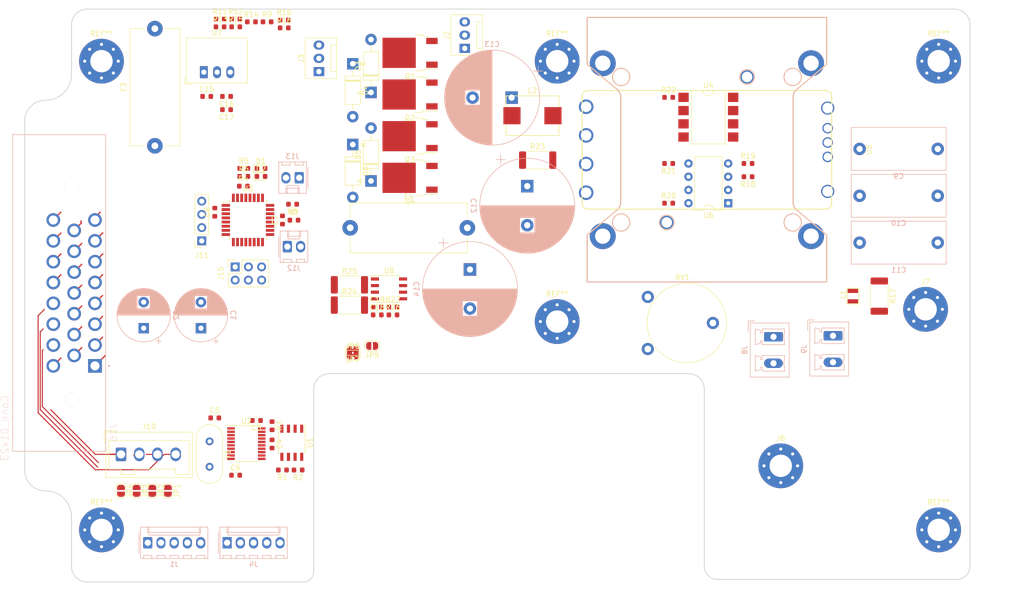
<source format=kicad_pcb>
(kicad_pcb (version 20171130) (host pcbnew "(5.0.0)")
  (layers (0 F.Cu signal) (31 B.Cu signal) (34 B.Paste user) (35 F.Paste user) (36 B.SilkS user) (37 F.SilkS user) (38 B.Mask user) (39 F.Mask user) (44 Edge.Cuts user))
  (net 0 "")
  (net 1 +12V)
  (net 2 GND)
  (net 3 +5V)
  (net 4 "Net-(C5-Pad1)")
  (net 5 "Net-(C6-Pad1)")
  (net 6 "Net-(C10-Pad1)")
  (net 7 /HV-)
  (net 8 "Net-(C12-Pad1)")
  (net 9 "/DC->DC Converters/12V_OUT")
  (net 10 "/DC->DC Converters/12V_IN")
  (net 11 "Net-(C18-Pad2)")
  (net 12 "Net-(C18-Pad1)")
  (net 13 "Net-(D1-Pad1)")
  (net 14 /uC+CAN/LED1)
  (net 15 /uC+CAN/LED2)
  (net 16 "Net-(D2-Pad1)")
  (net 17 /FANOUT0)
  (net 18 /FANOUT2)
  (net 19 /FANOUT1)
  (net 20 /FANOUT3)
  (net 21 /HV+)
  (net 22 "Net-(F4-Pad1)")
  (net 23 /IMD_AN3)
  (net 24 /IMD_AN2)
  (net 25 /IMD_AN1)
  (net 26 "Net-(J10-Pad1)")
  (net 27 "Net-(J10-Pad2)")
  (net 28 "Net-(J10-Pad3)")
  (net 29 /CAN-)
  (net 30 /CAN+)
  (net 31 /UART_RX)
  (net 32 /UART_TX)
  (net 33 /TEMP_1)
  (net 34 /TEMP_2)
  (net 35 /uC+CAN/MISO)
  (net 36 /uC+CAN/SCK)
  (net 37 /uC+CAN/MOSI)
  (net 38 /uC+CAN/RESET)
  (net 39 /SHDN_LOOP_OUT)
  (net 40 /meter/OUT)
  (net 41 /meter/IN)
  (net 42 "Net-(Q1-Pad1)")
  (net 43 "Net-(Q2-Pad1)")
  (net 44 "Net-(Q3-Pad1)")
  (net 45 "Net-(Q4-Pad1)")
  (net 46 "Net-(R2-Pad1)")
  (net 47 "Net-(R3-Pad2)")
  (net 48 /fanControl/FAN_CTRL_0)
  (net 49 /fanControl/FAN_CTRL_2)
  (net 50 /fanControl/FAN_CTRL_1)
  (net 51 /fanControl/FAN_CTRL_3)
  (net 52 "/DC->DC Converters/FAULT_HV")
  (net 53 "Net-(R19-Pad1)")
  (net 54 /DC_DC_EN)
  (net 55 "Net-(R20-Pad2)")
  (net 56 /DC_DC_FAULT)
  (net 57 /DC_DC_TRIM_EN)
  (net 58 "Net-(R22-Pad2)")
  (net 59 "/DC->DC Converters/TRIM_HV")
  (net 60 "Net-(U1-Pad1)")
  (net 61 "Net-(U1-Pad4)")
  (net 62 /uC+CAN/CAN_CS)
  (net 63 "/DC->DC Converters/EN_HV")
  (module CustomFootprints:TE_1-776087-1 (layer B.Cu) (at -49 4.5 90)
    (fp_text reference J16 (at -12.8624 3.49401 90) (layer B.SilkS) (effects (font (size 1.40201 1.40201) (thickness 0.05)) (justify mirror)))
    (fp_text value Conn_01x23 (at -11.9683 -17.3303 90) (layer B.SilkS) (effects (font (size 1.40156 1.40156) (thickness 0.05)) (justify mirror)))
    (pad Hole np_thru_hole circle (at -6.5 -4.5 90) (size 2.85 2.85) (drill 2.85) (layers *.Cu *.Mask B.SilkS))
    (pad Hole np_thru_hole circle (at 34.5 -4.5 90) (size 2.85 2.85) (drill 2.85) (layers *.Cu *.Mask B.SilkS))
    (pad 1 thru_hole rect (at 0 0 90) (size 2.625 2.625) (drill 1.75) (layers *.Cu *.Mask) (net 39 /SHDN_LOOP_OUT))
    (pad 8 thru_hole circle (at 28 0 90) (size 2.625 2.625) (drill 1.75) (layers *.Cu *.Mask) (net 19 /FANOUT1))
    (pad 9 thru_hole circle (at 2 -4 90) (size 2.625 2.625) (drill 1.75) (layers *.Cu *.Mask) (net 39 /SHDN_LOOP_OUT))
    (pad 15 thru_hole circle (at 26 -4 90) (size 2.625 2.625) (drill 1.75) (layers *.Cu *.Mask) (net 18 /FANOUT2))
    (pad 16 thru_hole circle (at 0 -8 90) (size 2.625 2.625) (drill 1.75) (layers *.Cu *.Mask) (net 39 /SHDN_LOOP_OUT))
    (pad 23 thru_hole circle (at 28 -8 90) (size 2.625 2.625) (drill 1.75) (layers *.Cu *.Mask) (net 3 +5V))
    (pad 2 thru_hole circle (at 4 0 90) (size 2.625 2.625) (drill 1.75) (layers *.Cu *.Mask) (net 39 /SHDN_LOOP_OUT))
    (pad 3 thru_hole circle (at 8 0 90) (size 2.625 2.625) (drill 1.75) (layers *.Cu *.Mask) (net 2 GND))
    (pad 4 thru_hole circle (at 12 0 90) (size 2.625 2.625) (drill 1.75) (layers *.Cu *.Mask) (net 2 GND))
    (pad 5 thru_hole circle (at 16 0 90) (size 2.625 2.625) (drill 1.75) (layers *.Cu *.Mask) (net 2 GND))
    (pad 6 thru_hole circle (at 20 0 90) (size 2.625 2.625) (drill 1.75) (layers *.Cu *.Mask) (net 1 +12V))
    (pad 7 thru_hole circle (at 24 0 90) (size 2.625 2.625) (drill 1.75) (layers *.Cu *.Mask) (net 20 /FANOUT3))
    (pad 10 thru_hole circle (at 6 -4 90) (size 2.625 2.625) (drill 1.75) (layers *.Cu *.Mask) (net 39 /SHDN_LOOP_OUT))
    (pad 11 thru_hole circle (at 10 -4 90) (size 2.625 2.625) (drill 1.75) (layers *.Cu *.Mask) (net 30 /CAN+))
    (pad 12 thru_hole circle (at 14 -4 90) (size 2.625 2.625) (drill 1.75) (layers *.Cu *.Mask) (net 29 /CAN-))
    (pad 13 thru_hole circle (at 18 -4 90) (size 2.625 2.625) (drill 1.75) (layers *.Cu *.Mask) (net 2 GND))
    (pad 14 thru_hole circle (at 22 -4 90) (size 2.625 2.625) (drill 1.75) (layers *.Cu *.Mask) (net 1 +12V))
    (pad 17 thru_hole circle (at 4 -8 90) (size 2.625 2.625) (drill 1.75) (layers *.Cu *.Mask) (net 28 "Net-(J10-Pad3)"))
    (pad 18 thru_hole circle (at 8 -8 90) (size 2.625 2.625) (drill 1.75) (layers *.Cu *.Mask) (net 27 "Net-(J10-Pad2)"))
    (pad 19 thru_hole circle (at 12 -8 90) (size 2.625 2.625) (drill 1.75) (layers *.Cu *.Mask) (net 26 "Net-(J10-Pad1)"))
    (pad 20 thru_hole circle (at 16 -8 90) (size 2.625 2.625) (drill 1.75) (layers *.Cu *.Mask) (net 25 /IMD_AN1))
    (pad 21 thru_hole circle (at 20 -8 90) (size 2.625 2.625) (drill 1.75) (layers *.Cu *.Mask) (net 24 /IMD_AN2))
    (pad 22 thru_hole circle (at 24 -8 90) (size 2.625 2.625) (drill 1.75) (layers *.Cu *.Mask) (net 23 /IMD_AN3))
  )
  (module MountingHole:MountingHole_4.3mm_M4_Pad_Via (layer F.Cu) (at 113 36)
    (fp_text reference REF** (at 0 -5.3) (layer F.SilkS))
    (fp_text value MountingHole_4.3mm_M4_Pad_Via)
    (pad 1 thru_hole circle (at 2.280419 -2.280419) (size 0.9 0.9) (drill 0.6) (layers *.Cu *.Mask))
    (pad 1 thru_hole circle (at 0 -3.225) (size 0.9 0.9) (drill 0.6) (layers *.Cu *.Mask))
    (pad 1 thru_hole circle (at -2.280419 -2.280419) (size 0.9 0.9) (drill 0.6) (layers *.Cu *.Mask))
    (pad 1 thru_hole circle (at -3.225 0) (size 0.9 0.9) (drill 0.6) (layers *.Cu *.Mask))
    (pad 1 thru_hole circle (at -2.280419 2.280419) (size 0.9 0.9) (drill 0.6) (layers *.Cu *.Mask))
    (pad 1 thru_hole circle (at 0 3.225) (size 0.9 0.9) (drill 0.6) (layers *.Cu *.Mask))
    (pad 1 thru_hole circle (at 2.280419 2.280419) (size 0.9 0.9) (drill 0.6) (layers *.Cu *.Mask))
    (pad 1 thru_hole circle (at 3.225 0) (size 0.9 0.9) (drill 0.6) (layers *.Cu *.Mask))
    (pad 1 thru_hole circle (at 0 0) (size 8.6 8.6) (drill 4.3) (layers *.Cu *.Mask))
  )
  (module MountingHole:MountingHole_4.3mm_M4_Pad_Via (layer F.Cu) (at 39.75 -54)
    (fp_text reference REF** (at 0 -5.3) (layer F.SilkS))
    (fp_text value MountingHole_4.3mm_M4_Pad_Via)
    (pad 1 thru_hole circle (at 0 0) (size 8.6 8.6) (drill 4.3) (layers *.Cu *.Mask))
    (pad 1 thru_hole circle (at 3.225 0) (size 0.9 0.9) (drill 0.6) (layers *.Cu *.Mask))
    (pad 1 thru_hole circle (at 2.280419 2.280419) (size 0.9 0.9) (drill 0.6) (layers *.Cu *.Mask))
    (pad 1 thru_hole circle (at 0 3.225) (size 0.9 0.9) (drill 0.6) (layers *.Cu *.Mask))
    (pad 1 thru_hole circle (at -2.280419 2.280419) (size 0.9 0.9) (drill 0.6) (layers *.Cu *.Mask))
    (pad 1 thru_hole circle (at -3.225 0) (size 0.9 0.9) (drill 0.6) (layers *.Cu *.Mask))
    (pad 1 thru_hole circle (at -2.280419 -2.280419) (size 0.9 0.9) (drill 0.6) (layers *.Cu *.Mask))
    (pad 1 thru_hole circle (at 0 -3.225) (size 0.9 0.9) (drill 0.6) (layers *.Cu *.Mask))
    (pad 1 thru_hole circle (at 2.280419 -2.280419) (size 0.9 0.9) (drill 0.6) (layers *.Cu *.Mask))
  )
  (module MountingHole:MountingHole_4.3mm_M4_Pad_Via (layer F.Cu) (at 39.75 -4)
    (fp_text reference REF** (at 0 -5.3) (layer F.SilkS))
    (fp_text value MountingHole_4.3mm_M4_Pad_Via)
    (pad 1 thru_hole circle (at 0 0) (size 8.6 8.6) (drill 4.3) (layers *.Cu *.Mask))
    (pad 1 thru_hole circle (at 3.225 0) (size 0.9 0.9) (drill 0.6) (layers *.Cu *.Mask))
    (pad 1 thru_hole circle (at 2.280419 2.280419) (size 0.9 0.9) (drill 0.6) (layers *.Cu *.Mask))
    (pad 1 thru_hole circle (at 0 3.225) (size 0.9 0.9) (drill 0.6) (layers *.Cu *.Mask))
    (pad 1 thru_hole circle (at -2.280419 2.280419) (size 0.9 0.9) (drill 0.6) (layers *.Cu *.Mask))
    (pad 1 thru_hole circle (at -3.225 0) (size 0.9 0.9) (drill 0.6) (layers *.Cu *.Mask))
    (pad 1 thru_hole circle (at -2.280419 -2.280419) (size 0.9 0.9) (drill 0.6) (layers *.Cu *.Mask))
    (pad 1 thru_hole circle (at 0 -3.225) (size 0.9 0.9) (drill 0.6) (layers *.Cu *.Mask))
    (pad 1 thru_hole circle (at 2.280419 -2.280419) (size 0.9 0.9) (drill 0.6) (layers *.Cu *.Mask))
  )
  (module MountingHole:MountingHole_4.3mm_M4_Pad_Via (layer F.Cu) (at 113 -54)
    (fp_text reference REF** (at 0 -5.3) (layer F.SilkS))
    (fp_text value MountingHole_4.3mm_M4_Pad_Via)
    (pad 1 thru_hole circle (at 2.280419 -2.280419) (size 0.9 0.9) (drill 0.6) (layers *.Cu *.Mask))
    (pad 1 thru_hole circle (at 0 -3.225) (size 0.9 0.9) (drill 0.6) (layers *.Cu *.Mask))
    (pad 1 thru_hole circle (at -2.280419 -2.280419) (size 0.9 0.9) (drill 0.6) (layers *.Cu *.Mask))
    (pad 1 thru_hole circle (at -3.225 0) (size 0.9 0.9) (drill 0.6) (layers *.Cu *.Mask))
    (pad 1 thru_hole circle (at -2.280419 2.280419) (size 0.9 0.9) (drill 0.6) (layers *.Cu *.Mask))
    (pad 1 thru_hole circle (at 0 3.225) (size 0.9 0.9) (drill 0.6) (layers *.Cu *.Mask))
    (pad 1 thru_hole circle (at 2.280419 2.280419) (size 0.9 0.9) (drill 0.6) (layers *.Cu *.Mask))
    (pad 1 thru_hole circle (at 3.225 0) (size 0.9 0.9) (drill 0.6) (layers *.Cu *.Mask))
    (pad 1 thru_hole circle (at 0 0) (size 8.6 8.6) (drill 4.3) (layers *.Cu *.Mask))
  )
  (module Capacitor_THT:CP_Radial_D10.0mm_P5.00mm (layer B.Cu) (at -28.65 -2.73 90)
    (fp_text reference C1 (at 2.5 6.25 90) (layer B.SilkS) (effects (justify mirror)))
    (fp_text value 470uF)
    (pad 1 thru_hole rect (at 0 0 90) (size 2 2) (drill 1) (layers *.Cu *.Mask) (net 1 +12V))
    (pad 2 thru_hole circle (at 5 0 90) (size 2 2) (drill 1) (layers *.Cu *.Mask) (net 2 GND))
  )
  (module Capacitor_THT:CP_Radial_D10.0mm_P5.00mm (layer B.Cu) (at -39.65 -2.73 90)
    (fp_text reference C2 (at 2.5 6.25 90) (layer B.SilkS) (effects (justify mirror)))
    (fp_text value 470uF)
    (pad 2 thru_hole circle (at 5 0 90) (size 2 2) (drill 1) (layers *.Cu *.Mask) (net 2 GND))
    (pad 1 thru_hole rect (at 0 0 90) (size 2 2) (drill 1) (layers *.Cu *.Mask) (net 1 +12V))
  )
  (module Capacitor_SMD:C_0603_1608Metric (layer F.Cu) (at -18 15 180)
    (fp_text reference C3 (at 0 -1.43 180) (layer F.SilkS))
    (fp_text value 0.1uF)
    (pad 2 smd roundrect (at 0.7875 0 180) (size 0.875 0.95) (layers F.Cu F.Paste F.Mask) (net 2 GND))
    (pad 1 smd roundrect (at -0.7875 0 180) (size 0.875 0.95) (layers F.Cu F.Paste F.Mask) (net 3 +5V))
  )
  (module Capacitor_SMD:C_0603_1608Metric (layer F.Cu) (at -15 19.5 270)
    (fp_text reference C4 (at 0 -1.43 270) (layer F.SilkS))
    (fp_text value 0.1uF)
    (pad 1 smd roundrect (at -0.7875 0 270) (size 0.875 0.95) (layers F.Cu F.Paste F.Mask) (net 3 +5V))
    (pad 2 smd roundrect (at 0.7875 0 270) (size 0.875 0.95) (layers F.Cu F.Paste F.Mask) (net 2 GND))
  )
  (module Capacitor_SMD:C_0603_1608Metric (layer F.Cu) (at -26 14.5)
    (fp_text reference C5 (at 0 -1.43) (layer F.SilkS))
    (fp_text value 22pF)
    (pad 2 smd roundrect (at 0.7875 0) (size 0.875 0.95) (layers F.Cu F.Paste F.Mask) (net 2 GND))
    (pad 1 smd roundrect (at -0.7875 0) (size 0.875 0.95) (layers F.Cu F.Paste F.Mask) (net 4 "Net-(C5-Pad1)"))
  )
  (module Capacitor_SMD:C_0603_1608Metric (layer F.Cu) (at -22 25.5)
    (fp_text reference C6 (at 0 -1.43) (layer F.SilkS))
    (fp_text value 22pF)
    (pad 1 smd roundrect (at -0.7875 0) (size 0.875 0.95) (layers F.Cu F.Paste F.Mask) (net 5 "Net-(C6-Pad1)"))
    (pad 2 smd roundrect (at 0.7875 0) (size 0.875 0.95) (layers F.Cu F.Paste F.Mask) (net 2 GND))
  )
  (module Capacitor_SMD:C_0603_1608Metric (layer F.Cu) (at -13 -23.5 90)
    (fp_text reference C7 (at 0 -1.43 90) (layer F.SilkS))
    (fp_text value 0.1uF)
    (pad 2 smd roundrect (at 0.7875 0 90) (size 0.875 0.95) (layers F.Cu F.Paste F.Mask) (net 2 GND))
    (pad 1 smd roundrect (at -0.7875 0 90) (size 0.875 0.95) (layers F.Cu F.Paste F.Mask) (net 3 +5V))
  )
  (module Capacitor_SMD:C_0603_1608Metric (layer F.Cu) (at -26 -25 90)
    (fp_text reference C8 (at 0 -1.43 90) (layer F.SilkS))
    (fp_text value 0.1uF)
    (pad 1 smd roundrect (at -0.7875 0 90) (size 0.875 0.95) (layers F.Cu F.Paste F.Mask) (net 3 +5V))
    (pad 2 smd roundrect (at 0.7875 0 90) (size 0.875 0.95) (layers F.Cu F.Paste F.Mask) (net 2 GND))
  )
  (module Capacitor_THT:C_Rect_L18.0mm_W8.0mm_P15.00mm_FKS3_FKP3 (layer B.Cu) (at 97.82 -37.15)
    (fp_text reference C9 (at 7.5 5.25) (layer B.SilkS) (effects (justify mirror)))
    (fp_text value 0.68uF)
    (pad 1 thru_hole circle (at 0 0) (size 2.4 2.4) (drill 1.2) (layers *.Cu *.Mask) (net 6 "Net-(C10-Pad1)"))
    (pad 2 thru_hole circle (at 15 0) (size 2.4 2.4) (drill 1.2) (layers *.Cu *.Mask) (net 7 /HV-))
  )
  (module Capacitor_THT:C_Rect_L18.0mm_W8.0mm_P15.00mm_FKS3_FKP3 (layer B.Cu) (at 97.82 -28.15)
    (fp_text reference C10 (at 7.5 5.25) (layer B.SilkS) (effects (justify mirror)))
    (fp_text value 0.68uF)
    (pad 2 thru_hole circle (at 15 0) (size 2.4 2.4) (drill 1.2) (layers *.Cu *.Mask) (net 7 /HV-))
    (pad 1 thru_hole circle (at 0 0) (size 2.4 2.4) (drill 1.2) (layers *.Cu *.Mask) (net 6 "Net-(C10-Pad1)"))
  )
  (module Capacitor_THT:C_Rect_L18.0mm_W8.0mm_P15.00mm_FKS3_FKP3 (layer B.Cu) (at 97.82 -19.15)
    (fp_text reference C11 (at 7.5 5.25) (layer B.SilkS) (effects (justify mirror)))
    (fp_text value 0.68uF)
    (pad 1 thru_hole circle (at 0 0) (size 2.4 2.4) (drill 1.2) (layers *.Cu *.Mask) (net 6 "Net-(C10-Pad1)"))
    (pad 2 thru_hole circle (at 15 0) (size 2.4 2.4) (drill 1.2) (layers *.Cu *.Mask) (net 7 /HV-))
  )
  (module Capacitor_THT:CP_Radial_D18.0mm_P7.50mm (layer B.Cu) (at 34 -30 270)
    (fp_text reference C12 (at 3.75 10.25 270) (layer B.SilkS) (effects (justify mirror)))
    (fp_text value 4700uF)
    (pad 2 thru_hole circle (at 7.5 0 270) (size 2.4 2.4) (drill 1.2) (layers *.Cu *.Mask) (net 2 GND))
    (pad 1 thru_hole rect (at 0 0 270) (size 2.4 2.4) (drill 1.2) (layers *.Cu *.Mask) (net 8 "Net-(C12-Pad1)"))
  )
  (module Capacitor_THT:CP_Radial_D18.0mm_P7.50mm (layer B.Cu) (at 31 -47 180)
    (fp_text reference C13 (at 3.75 10.25 180) (layer B.SilkS) (effects (justify mirror)))
    (fp_text value 4700uF)
    (pad 2 thru_hole circle (at 7.5 0 180) (size 2.4 2.4) (drill 1.2) (layers *.Cu *.Mask) (net 2 GND))
    (pad 1 thru_hole rect (at 0 0 180) (size 2.4 2.4) (drill 1.2) (layers *.Cu *.Mask) (net 9 "/DC->DC Converters/12V_OUT"))
  )
  (module Capacitor_THT:CP_Radial_D18.0mm_P7.50mm (layer B.Cu) (at 23 -14 270)
    (fp_text reference C14 (at 3.75 10.25 270) (layer B.SilkS) (effects (justify mirror)))
    (fp_text value 4700uF)
    (pad 1 thru_hole rect (at 0 0 270) (size 2.4 2.4) (drill 1.2) (layers *.Cu *.Mask) (net 9 "/DC->DC Converters/12V_OUT"))
    (pad 2 thru_hole circle (at 7.5 0 270) (size 2.4 2.4) (drill 1.2) (layers *.Cu *.Mask) (net 2 GND))
  )
  (module Capacitor_SMD:C_0603_1608Metric (layer F.Cu) (at -27.55 -47.23)
    (fp_text reference C15 (at 0 -1.43) (layer F.SilkS))
    (fp_text value 10uF)
    (pad 2 smd roundrect (at 0.7875 0) (size 0.875 0.95) (layers F.Cu F.Paste F.Mask) (net 2 GND))
    (pad 1 smd roundrect (at -0.7875 0) (size 0.875 0.95) (layers F.Cu F.Paste F.Mask) (net 10 "/DC->DC Converters/12V_IN"))
  )
  (module Capacitor_SMD:C_0603_1608Metric (layer F.Cu) (at -23.74 -47.23 180)
    (fp_text reference C16 (at 0 -1.43 180) (layer F.SilkS))
    (fp_text value 0.1uF)
    (pad 1 smd roundrect (at -0.7875 0 180) (size 0.875 0.95) (layers F.Cu F.Paste F.Mask) (net 3 +5V))
    (pad 2 smd roundrect (at 0.7875 0 180) (size 0.875 0.95) (layers F.Cu F.Paste F.Mask) (net 2 GND))
  )
  (module Capacitor_SMD:C_0603_1608Metric (layer F.Cu) (at -23.74 -44.69 180)
    (fp_text reference C17 (at 0 -1.43 180) (layer F.SilkS))
    (fp_text value 10uF)
    (pad 1 smd roundrect (at -0.7875 0 180) (size 0.875 0.95) (layers F.Cu F.Paste F.Mask) (net 3 +5V))
    (pad 2 smd roundrect (at 0.7875 0 180) (size 0.875 0.95) (layers F.Cu F.Paste F.Mask) (net 2 GND))
  )
  (module Capacitor_SMD:C_0603_1608Metric (layer F.Cu) (at 5.205001 -5.284999)
    (fp_text reference C18 (at 0 -1.43) (layer F.SilkS))
    (fp_text value 0.1uF)
    (pad 2 smd roundrect (at 0.7875 0) (size 0.875 0.95) (layers F.Cu F.Paste F.Mask) (net 11 "Net-(C18-Pad2)"))
    (pad 1 smd roundrect (at -0.7875 0) (size 0.875 0.95) (layers F.Cu F.Paste F.Mask) (net 12 "Net-(C18-Pad1)"))
  )
  (module Capacitor_SMD:C_0603_1608Metric (layer F.Cu) (at 5.205001 -6.794999)
    (fp_text reference C19 (at 0 -1.43) (layer F.SilkS))
    (fp_text value 0.1uF)
    (pad 1 smd roundrect (at -0.7875 0) (size 0.875 0.95) (layers F.Cu F.Paste F.Mask) (net 2 GND))
    (pad 2 smd roundrect (at 0.7875 0) (size 0.875 0.95) (layers F.Cu F.Paste F.Mask) (net 3 +5V))
  )
  (module LED_SMD:LED_0603_1608Metric (layer F.Cu) (at -17.12 -33.41)
    (fp_text reference D1 (at 0 -1.43) (layer F.SilkS))
    (fp_text value LED)
    (pad 1 smd roundrect (at -0.7875 0) (size 0.875 0.95) (layers F.Cu F.Paste F.Mask) (net 13 "Net-(D1-Pad1)"))
    (pad 2 smd roundrect (at 0.7875 0) (size 0.875 0.95) (layers F.Cu F.Paste F.Mask) (net 14 /uC+CAN/LED1))
  )
  (module LED_SMD:LED_0603_1608Metric (layer F.Cu) (at -17.12 -31.87)
    (fp_text reference D2 (at 0 -1.43) (layer F.SilkS))
    (fp_text value LED)
    (pad 2 smd roundrect (at 0.7875 0) (size 0.875 0.95) (layers F.Cu F.Paste F.Mask) (net 15 /uC+CAN/LED2))
    (pad 1 smd roundrect (at -0.7875 0) (size 0.875 0.95) (layers F.Cu F.Paste F.Mask) (net 16 "Net-(D2-Pad1)"))
  )
  (module Diode_THT:D_DO-41_SOD81_P10.16mm_Horizontal (layer F.Cu) (at 4 -48 90)
    (fp_text reference D3 (at 5.08 -2.47 90) (layer F.SilkS))
    (fp_text value 1N4001)
    (fp_text user K (at 0 -2.1 90) (layer F.SilkS))
    (pad 1 thru_hole rect (at 0 0 90) (size 2.2 2.2) (drill 1.1) (layers *.Cu *.Mask) (net 1 +12V))
    (pad 2 thru_hole oval (at 10.16 0 90) (size 2.2 2.2) (drill 1.1) (layers *.Cu *.Mask) (net 17 /FANOUT0))
  )
  (module Diode_THT:D_DO-41_SOD81_P10.16mm_Horizontal (layer F.Cu) (at 0.5 -53.5 270)
    (fp_text reference D4 (at 5.08 -2.47 270) (layer F.SilkS))
    (fp_text value 1N4001)
    (fp_text user K (at 0 -2.1 270) (layer F.SilkS))
    (pad 2 thru_hole oval (at 10.16 0 270) (size 2.2 2.2) (drill 1.1) (layers *.Cu *.Mask) (net 18 /FANOUT2))
    (pad 1 thru_hole rect (at 0 0 270) (size 2.2 2.2) (drill 1.1) (layers *.Cu *.Mask) (net 1 +12V))
  )
  (module Diode_THT:D_DO-41_SOD81_P10.16mm_Horizontal (layer F.Cu) (at 4 -31 90)
    (fp_text reference D5 (at 5.08 -2.47 90) (layer F.SilkS))
    (fp_text value 1N4001)
    (fp_text user K (at 0 -2.1 90) (layer F.SilkS))
    (pad 1 thru_hole rect (at 0 0 90) (size 2.2 2.2) (drill 1.1) (layers *.Cu *.Mask) (net 1 +12V))
    (pad 2 thru_hole oval (at 10.16 0 90) (size 2.2 2.2) (drill 1.1) (layers *.Cu *.Mask) (net 19 /FANOUT1))
  )
  (module Diode_THT:D_DO-41_SOD81_P10.16mm_Horizontal (layer F.Cu) (at 0.5 -38 270)
    (fp_text reference D6 (at 5.08 -2.47 270) (layer F.SilkS))
    (fp_text value 1N4001)
    (fp_text user K (at 0 -2.1 270) (layer F.SilkS))
    (pad 2 thru_hole oval (at 10.16 0 270) (size 2.2 2.2) (drill 1.1) (layers *.Cu *.Mask) (net 20 /FANOUT3))
    (pad 1 thru_hole rect (at 0 0 270) (size 2.2 2.2) (drill 1.1) (layers *.Cu *.Mask) (net 1 +12V))
  )
  (module Fuse:Fuseholder_Cylinder-5x20mm_Schurter_0031_8201_Horizontal_Open (layer F.Cu) (at -37.5 -37.75 90)
    (fp_text reference F3 (at 11.25 -6 90) (layer F.SilkS))
    (fp_text value 1A)
    (pad "" np_thru_hole circle (at 11.25 0 90) (size 2.7 2.7) (drill 2.7) (layers *.Cu *.Mask))
    (pad 2 thru_hole circle (at 22.5 0 90) (size 3 3) (drill 1.3) (layers *.Cu *.Mask) (net 10 "/DC->DC Converters/12V_IN"))
    (pad 1 thru_hole circle (at 0 0 90) (size 3 3) (drill 1.3) (layers *.Cu *.Mask) (net 1 +12V))
  )
  (module Fuse:Fuseholder_Cylinder-5x20mm_Schurter_0031_8201_Horizontal_Open (layer F.Cu) (at 0 -22)
    (fp_text reference F4 (at 11.25 -6) (layer F.SilkS))
    (fp_text value 20A)
    (pad 1 thru_hole circle (at 0 0) (size 3 3) (drill 1.3) (layers *.Cu *.Mask) (net 22 "Net-(F4-Pad1)"))
    (pad 2 thru_hole circle (at 22.5 0) (size 3 3) (drill 1.3) (layers *.Cu *.Mask) (net 9 "/DC->DC Converters/12V_OUT"))
    (pad "" np_thru_hole circle (at 11.25 0) (size 2.7 2.7) (drill 2.7) (layers *.Cu *.Mask))
  )
  (module Connector_Molex:Molex_KK-254_AE-6410-05A_1x05_P2.54mm_Vertical (layer B.Cu) (at -38.87 38.47)
    (fp_text reference J1 (at 5.08 4.12) (layer B.SilkS) (effects (justify mirror)))
    (fp_text value HECS)
    (pad 1 thru_hole roundrect (at 0 0) (size 1.74 2.2) (drill 1.2) (layers *.Cu *.Mask) (roundrect_rratio 0.143678) (net 2 GND))
    (pad 2 thru_hole oval (at 2.54 0) (size 1.74 2.2) (drill 1.2) (layers *.Cu *.Mask) (net 3 +5V))
    (pad 3 thru_hole oval (at 5.08 0) (size 1.74 2.2) (drill 1.2) (layers *.Cu *.Mask) (net 23 /IMD_AN3))
    (pad 4 thru_hole oval (at 7.62 0) (size 1.74 2.2) (drill 1.2) (layers *.Cu *.Mask) (net 24 /IMD_AN2))
    (pad 5 thru_hole oval (at 10.16 0) (size 1.74 2.2) (drill 1.2) (layers *.Cu *.Mask) (net 25 /IMD_AN1))
  )
  (module Connector:FanPinHeader_1x03_P2.54mm_Vertical (layer F.Cu) (at 22 -56.46 90)
    (fp_text reference J2 (at 2.5 -3.4 90) (layer F.SilkS))
    (fp_text value CASEFAN1)
    (pad 3 thru_hole oval (at 5.08 0 180) (size 2.03 1.73) (drill 1.02) (layers *.Cu *.Mask))
    (pad 2 thru_hole oval (at 2.54 0 180) (size 2.03 1.73) (drill 1.02) (layers *.Cu *.Mask) (net 17 /FANOUT0))
    (pad 1 thru_hole rect (at 0 0 180) (size 2.03 1.73) (drill 1.02) (layers *.Cu *.Mask) (net 1 +12V))
  )
  (module Connector:FanPinHeader_1x03_P2.54mm_Vertical (layer F.Cu) (at -6 -52 90)
    (fp_text reference J3 (at 2.5 -3.4 90) (layer F.SilkS))
    (fp_text value CASEFAN2)
    (pad 1 thru_hole rect (at 0 0 180) (size 2.03 1.73) (drill 1.02) (layers *.Cu *.Mask) (net 1 +12V))
    (pad 2 thru_hole oval (at 2.54 0 180) (size 2.03 1.73) (drill 1.02) (layers *.Cu *.Mask) (net 17 /FANOUT0))
    (pad 3 thru_hole oval (at 5.08 0 180) (size 2.03 1.73) (drill 1.02) (layers *.Cu *.Mask))
  )
  (module MountingHole:MountingHole_4.3mm_M4_Pad_Via (layer F.Cu) (at 82.67785 23.69835)
    (fp_text reference J6 (at 0 -5.3) (layer F.SilkS))
    (fp_text value HV+)
    (pad 1 thru_hole circle (at 2.280419 -2.280419) (size 0.9 0.9) (drill 0.6) (layers *.Cu *.Mask) (net 21 /HV+))
    (pad 1 thru_hole circle (at 0 -3.225) (size 0.9 0.9) (drill 0.6) (layers *.Cu *.Mask) (net 21 /HV+))
    (pad 1 thru_hole circle (at -2.280419 -2.280419) (size 0.9 0.9) (drill 0.6) (layers *.Cu *.Mask) (net 21 /HV+))
    (pad 1 thru_hole circle (at -3.225 0) (size 0.9 0.9) (drill 0.6) (layers *.Cu *.Mask) (net 21 /HV+))
    (pad 1 thru_hole circle (at -2.280419 2.280419) (size 0.9 0.9) (drill 0.6) (layers *.Cu *.Mask) (net 21 /HV+))
    (pad 1 thru_hole circle (at 0 3.225) (size 0.9 0.9) (drill 0.6) (layers *.Cu *.Mask) (net 21 /HV+))
    (pad 1 thru_hole circle (at 2.280419 2.280419) (size 0.9 0.9) (drill 0.6) (layers *.Cu *.Mask) (net 21 /HV+))
    (pad 1 thru_hole circle (at 3.225 0) (size 0.9 0.9) (drill 0.6) (layers *.Cu *.Mask) (net 21 /HV+))
    (pad 1 thru_hole circle (at 0 0) (size 8.6 8.6) (drill 4.3) (layers *.Cu *.Mask) (net 21 /HV+))
  )
  (module MountingHole:MountingHole_4.3mm_M4_Pad_Via (layer F.Cu) (at 110.49 -6.35)
    (fp_text reference J7 (at 0 -5.3) (layer F.SilkS))
    (fp_text value HV-)
    (pad 1 thru_hole circle (at 0 0) (size 8.6 8.6) (drill 4.3) (layers *.Cu *.Mask) (net 7 /HV-))
    (pad 1 thru_hole circle (at 3.225 0) (size 0.9 0.9) (drill 0.6) (layers *.Cu *.Mask) (net 7 /HV-))
    (pad 1 thru_hole circle (at 2.280419 2.280419) (size 0.9 0.9) (drill 0.6) (layers *.Cu *.Mask) (net 7 /HV-))
    (pad 1 thru_hole circle (at 0 3.225) (size 0.9 0.9) (drill 0.6) (layers *.Cu *.Mask) (net 7 /HV-))
    (pad 1 thru_hole circle (at -2.280419 2.280419) (size 0.9 0.9) (drill 0.6) (layers *.Cu *.Mask) (net 7 /HV-))
    (pad 1 thru_hole circle (at -3.225 0) (size 0.9 0.9) (drill 0.6) (layers *.Cu *.Mask) (net 7 /HV-))
    (pad 1 thru_hole circle (at -2.280419 -2.280419) (size 0.9 0.9) (drill 0.6) (layers *.Cu *.Mask) (net 7 /HV-))
    (pad 1 thru_hole circle (at 0 -3.225) (size 0.9 0.9) (drill 0.6) (layers *.Cu *.Mask) (net 7 /HV-))
    (pad 1 thru_hole circle (at 2.280419 -2.280419) (size 0.9 0.9) (drill 0.6) (layers *.Cu *.Mask) (net 7 /HV-))
  )
  (module Connector_Phoenix_MC_HighVoltage:PhoenixContact_MCV_1,5_2-G-5.08_1x02_P5.08mm_Vertical (layer B.Cu) (at 81.28 -1.07 270)
    (fp_text reference J8 (at 2.54 5.55 270) (layer B.SilkS) (effects (justify mirror)))
    (fp_text value IMD)
    (pad 1 thru_hole roundrect (at 0 0 270) (size 1.8 3.6) (drill 1.2) (layers *.Cu *.Mask) (roundrect_rratio 0.138889) (net 21 /HV+))
    (pad 2 thru_hole oval (at 5.08 0 270) (size 1.8 3.6) (drill 1.2) (layers *.Cu *.Mask) (net 7 /HV-))
  )
  (module Connector_Phoenix_MC_HighVoltage:PhoenixContact_MCV_1,5_2-G-5.08_1x02_P5.08mm_Vertical (layer B.Cu) (at 92.71 -1.27 270)
    (fp_text reference J9 (at 2.54 5.55 270) (layer B.SilkS) (effects (justify mirror)))
    (fp_text value TSMP)
    (pad 2 thru_hole oval (at 5.08 0 270) (size 1.8 3.6) (drill 1.2) (layers *.Cu *.Mask) (net 7 /HV-))
    (pad 1 thru_hole roundrect (at 0 0 270) (size 1.8 3.6) (drill 1.2) (layers *.Cu *.Mask) (roundrect_rratio 0.138889) (net 21 /HV+))
  )
  (module Connector_Wago:Wago_734-134_1x04_P3.50mm_Vertical (layer F.Cu) (at -44 21.5)
    (fp_text reference J10 (at 5.4 -5.35) (layer F.SilkS))
    (fp_text value AUX)
    (pad 1 thru_hole roundrect (at 0 0) (size 2 2.6) (drill 1.6) (layers *.Cu *.Mask) (roundrect_rratio 0.125) (net 26 "Net-(J10-Pad1)"))
    (pad 2 thru_hole oval (at 3.5 0) (size 2 2.6) (drill 1.6) (layers *.Cu *.Mask) (net 27 "Net-(J10-Pad2)"))
    (pad 3 thru_hole oval (at 7 0) (size 2 2.6) (drill 1.6) (layers *.Cu *.Mask) (net 28 "Net-(J10-Pad3)"))
    (pad 4 thru_hole oval (at 10.5 0) (size 2 2.6) (drill 1.6) (layers *.Cu *.Mask))
  )
  (module Connector_PinSocket_2.54mm:PinSocket_1x04_P2.54mm_Vertical (layer F.Cu) (at -28.5 -19.5 180)
    (fp_text reference J11 (at 0 -2.77 180) (layer F.SilkS))
    (fp_text value UART)
    (pad 1 thru_hole rect (at 0 0 180) (size 1.7 1.7) (drill 1) (layers *.Cu *.Mask) (net 31 /UART_RX))
    (pad 2 thru_hole oval (at 0 2.54 180) (size 1.7 1.7) (drill 1) (layers *.Cu *.Mask) (net 32 /UART_TX))
    (pad 3 thru_hole oval (at 0 5.08 180) (size 1.7 1.7) (drill 1) (layers *.Cu *.Mask) (net 2 GND))
    (pad 4 thru_hole oval (at 0 7.62 180) (size 1.7 1.7) (drill 1) (layers *.Cu *.Mask) (net 3 +5V))
  )
  (module Connector_Molex:Molex_KK-254_AE-6410-02A_1x02_P2.54mm_Vertical (layer B.Cu) (at -12.06 -18.39)
    (fp_text reference J12 (at 1.27 4.12) (layer B.SilkS) (effects (justify mirror)))
    (fp_text value NTC1)
    (pad 1 thru_hole roundrect (at 0 0) (size 1.74 2.2) (drill 1.2) (layers *.Cu *.Mask) (roundrect_rratio 0.143678) (net 3 +5V))
    (pad 2 thru_hole oval (at 2.54 0) (size 1.74 2.2) (drill 1.2) (layers *.Cu *.Mask) (net 33 /TEMP_1))
  )
  (module Connector_Molex:Molex_KK-254_AE-6410-02A_1x02_P2.54mm_Vertical (layer B.Cu) (at -9.79 -31.61 180)
    (fp_text reference J13 (at 1.27 4.12 180) (layer B.SilkS) (effects (justify mirror)))
    (fp_text value NTC1)
    (pad 2 thru_hole oval (at 2.54 0 180) (size 1.74 2.2) (drill 1.2) (layers *.Cu *.Mask) (net 34 /TEMP_2))
    (pad 1 thru_hole roundrect (at 0 0 180) (size 1.74 2.2) (drill 1.2) (layers *.Cu *.Mask) (roundrect_rratio 0.143678) (net 3 +5V))
  )
  (module Connector_PinSocket_2.54mm:PinSocket_2x03_P2.54mm_Vertical (layer F.Cu) (at -22.08 -14.5 90)
    (fp_text reference J15 (at -1.27 -2.77 90) (layer F.SilkS))
    (fp_text value ICSP)
    (pad 1 thru_hole rect (at 0 0 90) (size 1.7 1.7) (drill 1) (layers *.Cu *.Mask) (net 35 /uC+CAN/MISO))
    (pad 2 thru_hole oval (at -2.54 0 90) (size 1.7 1.7) (drill 1) (layers *.Cu *.Mask) (net 3 +5V))
    (pad 3 thru_hole oval (at 0 2.54 90) (size 1.7 1.7) (drill 1) (layers *.Cu *.Mask) (net 36 /uC+CAN/SCK))
    (pad 4 thru_hole oval (at -2.54 2.54 90) (size 1.7 1.7) (drill 1) (layers *.Cu *.Mask) (net 37 /uC+CAN/MOSI))
    (pad 5 thru_hole oval (at 0 5.08 90) (size 1.7 1.7) (drill 1) (layers *.Cu *.Mask) (net 38 /uC+CAN/RESET))
    (pad 6 thru_hole oval (at -2.54 5.08 90) (size 1.7 1.7) (drill 1) (layers *.Cu *.Mask) (net 2 GND))
  )
  (module Jumper:SolderJumper-2_P1.3mm_Open_RoundedPad1.0x1.5mm (layer F.Cu) (at -35 28.5 270)
    (fp_text reference JP1 (at 0 -1.8 270) (layer F.SilkS))
    (fp_text value Jumper)
    (pad 1 smd custom (at -0.65 0 270) (size 1 0.5) (layers F.Cu F.Mask) (options (clearance outline) (anchor rect)) (primitives (gr_circle (center 0 0.25) (end 0.5 0.25) (width 0)) (gr_circle (center 0 -0.25) (end 0.5 -0.25) (width 0)) (gr_poly (pts (xy 0 -0.75) (xy 0.5 -0.75) (xy 0.5 0.75) (xy 0 0.75)) (width 0))))
    (pad 2 smd custom (at 0.65 0 270) (size 1 0.5) (layers F.Cu F.Mask) (net 2 GND) (options (clearance outline) (anchor rect)) (primitives (gr_circle (center 0 0.25) (end 0.5 0.25) (width 0)) (gr_circle (center 0 -0.25) (end 0.5 -0.25) (width 0)) (gr_poly (pts (xy 0 -0.75) (xy -0.5 -0.75) (xy -0.5 0.75) (xy 0 0.75)) (width 0))))
  )
  (module Jumper:SolderJumper-2_P1.3mm_Open_RoundedPad1.0x1.5mm (layer F.Cu) (at -38 28.5 270)
    (fp_text reference JP2 (at 0 -1.8 270) (layer F.SilkS))
    (fp_text value Jumper)
    (pad 2 smd custom (at 0.65 0 270) (size 1 0.5) (layers F.Cu F.Mask) (net 2 GND) (options (clearance outline) (anchor rect)) (primitives (gr_circle (center 0 0.25) (end 0.5 0.25) (width 0)) (gr_circle (center 0 -0.25) (end 0.5 -0.25) (width 0)) (gr_poly (pts (xy 0 -0.75) (xy -0.5 -0.75) (xy -0.5 0.75) (xy 0 0.75)) (width 0))))
    (pad 1 smd custom (at -0.65 0 270) (size 1 0.5) (layers F.Cu F.Mask) (net 28 "Net-(J10-Pad3)") (options (clearance outline) (anchor rect)) (primitives (gr_circle (center 0 0.25) (end 0.5 0.25) (width 0)) (gr_circle (center 0 -0.25) (end 0.5 -0.25) (width 0)) (gr_poly (pts (xy 0 -0.75) (xy 0.5 -0.75) (xy 0.5 0.75) (xy 0 0.75)) (width 0))))
  )
  (module Jumper:SolderJumper-2_P1.3mm_Open_RoundedPad1.0x1.5mm (layer F.Cu) (at -41 28.5 270)
    (fp_text reference JP3 (at 0 -1.8 270) (layer F.SilkS))
    (fp_text value Jumper)
    (pad 1 smd custom (at -0.65 0 270) (size 1 0.5) (layers F.Cu F.Mask) (net 27 "Net-(J10-Pad2)") (options (clearance outline) (anchor rect)) (primitives (gr_circle (center 0 0.25) (end 0.5 0.25) (width 0)) (gr_circle (center 0 -0.25) (end 0.5 -0.25) (width 0)) (gr_poly (pts (xy 0 -0.75) (xy 0.5 -0.75) (xy 0.5 0.75) (xy 0 0.75)) (width 0))))
    (pad 2 smd custom (at 0.65 0 270) (size 1 0.5) (layers F.Cu F.Mask) (net 2 GND) (options (clearance outline) (anchor rect)) (primitives (gr_circle (center 0 0.25) (end 0.5 0.25) (width 0)) (gr_circle (center 0 -0.25) (end 0.5 -0.25) (width 0)) (gr_poly (pts (xy 0 -0.75) (xy -0.5 -0.75) (xy -0.5 0.75) (xy 0 0.75)) (width 0))))
  )
  (module Jumper:SolderJumper-2_P1.3mm_Open_RoundedPad1.0x1.5mm (layer F.Cu) (at -44 28.5 270)
    (fp_text reference JP4 (at 0 -1.8 270) (layer F.SilkS))
    (fp_text value Jumper)
    (pad 2 smd custom (at 0.65 0 270) (size 1 0.5) (layers F.Cu F.Mask) (net 2 GND) (options (clearance outline) (anchor rect)) (primitives (gr_circle (center 0 0.25) (end 0.5 0.25) (width 0)) (gr_circle (center 0 -0.25) (end 0.5 -0.25) (width 0)) (gr_poly (pts (xy 0 -0.75) (xy -0.5 -0.75) (xy -0.5 0.75) (xy 0 0.75)) (width 0))))
    (pad 1 smd custom (at -0.65 0 270) (size 1 0.5) (layers F.Cu F.Mask) (net 26 "Net-(J10-Pad1)") (options (clearance outline) (anchor rect)) (primitives (gr_circle (center 0 0.25) (end 0.5 0.25) (width 0)) (gr_circle (center 0 -0.25) (end 0.5 -0.25) (width 0)) (gr_poly (pts (xy 0 -0.75) (xy 0.5 -0.75) (xy 0.5 0.75) (xy 0 0.75)) (width 0))))
  )
  (module Jumper:SolderJumper-2_P1.3mm_Open_RoundedPad1.0x1.5mm (layer F.Cu) (at 4.22 0.68 180)
    (fp_text reference JP5 (at 0 -1.8 180) (layer F.SilkS))
    (fp_text value SolderJumper_2_Open)
    (pad 1 smd custom (at -0.65 0 180) (size 1 0.5) (layers F.Cu F.Mask) (net 39 /SHDN_LOOP_OUT) (options (clearance outline) (anchor rect)) (primitives (gr_circle (center 0 0.25) (end 0.5 0.25) (width 0)) (gr_circle (center 0 -0.25) (end 0.5 -0.25) (width 0)) (gr_poly (pts (xy 0 -0.75) (xy 0.5 -0.75) (xy 0.5 0.75) (xy 0 0.75)) (width 0))))
    (pad 2 smd custom (at 0.65 0 180) (size 1 0.5) (layers F.Cu F.Mask) (net 22 "Net-(F4-Pad1)") (options (clearance outline) (anchor rect)) (primitives (gr_circle (center 0 0.25) (end 0.5 0.25) (width 0)) (gr_circle (center 0 -0.25) (end 0.5 -0.25) (width 0)) (gr_poly (pts (xy 0 -0.75) (xy -0.5 -0.75) (xy -0.5 0.75) (xy 0 0.75)) (width 0))))
  )
  (module Jumper:SolderJumper-2_P1.3mm_Bridged_RoundedPad1.0x1.5mm (layer F.Cu) (at 0.5 2.5)
    (fp_text reference JP6 (at 0 -1.8) (layer F.SilkS))
    (fp_text value SolderJumper_2_Bridged)
    (pad 1 smd custom (at -0.65 0) (size 1 0.5) (layers F.Cu F.Mask) (net 39 /SHDN_LOOP_OUT) (options (clearance outline) (anchor rect)) (primitives (gr_circle (center 0 0.25) (end 0.5 0.25) (width 0)) (gr_circle (center 0 -0.25) (end 0.5 -0.25) (width 0)) (gr_poly (pts (xy 0 -0.75) (xy 0.5 -0.75) (xy 0.5 0.75) (xy 0 0.75)) (width 0)) (gr_poly (pts (xy 0.9 -0.3) (xy 0.4 -0.3) (xy 0.4 0.3) (xy 0.9 0.3)) (width 0))))
    (pad 2 smd custom (at 0.65 0) (size 1 0.5) (layers F.Cu F.Mask) (net 40 /meter/OUT) (options (clearance outline) (anchor rect)) (primitives (gr_circle (center 0 0.25) (end 0.5 0.25) (width 0)) (gr_circle (center 0 -0.25) (end 0.5 -0.25) (width 0)) (gr_poly (pts (xy 0 -0.75) (xy -0.5 -0.75) (xy -0.5 0.75) (xy 0 0.75)) (width 0))))
  )
  (module Jumper:SolderJumper-2_P1.3mm_Bridged_RoundedPad1.0x1.5mm (layer F.Cu) (at 0.5 1.5 180)
    (fp_text reference JP7 (at 0 -1.8 180) (layer F.SilkS))
    (fp_text value SolderJumper_2_Bridged)
    (pad 2 smd custom (at 0.65 0 180) (size 1 0.5) (layers F.Cu F.Mask) (net 41 /meter/IN) (options (clearance outline) (anchor rect)) (primitives (gr_circle (center 0 0.25) (end 0.5 0.25) (width 0)) (gr_circle (center 0 -0.25) (end 0.5 -0.25) (width 0)) (gr_poly (pts (xy 0 -0.75) (xy -0.5 -0.75) (xy -0.5 0.75) (xy 0 0.75)) (width 0))))
    (pad 1 smd custom (at -0.65 0 180) (size 1 0.5) (layers F.Cu F.Mask) (net 22 "Net-(F4-Pad1)") (options (clearance outline) (anchor rect)) (primitives (gr_circle (center 0 0.25) (end 0.5 0.25) (width 0)) (gr_circle (center 0 -0.25) (end 0.5 -0.25) (width 0)) (gr_poly (pts (xy 0 -0.75) (xy 0.5 -0.75) (xy 0.5 0.75) (xy 0 0.75)) (width 0)) (gr_poly (pts (xy 0.9 -0.3) (xy 0.4 -0.3) (xy 0.4 0.3) (xy 0.9 0.3)) (width 0))))
  )
  (module CustomFootprints:Murata_DFE252012P_Inductor (layer F.Cu) (at 96.52 -8.89 90)
    (fp_text reference L1 (at 0.3175 -1.8415 90) (layer F.SilkS))
    (fp_text value 1uH)
    (pad 1 smd rect (at -1 0 90) (size 0.8 2) (layers F.Cu F.Paste F.Mask) (net 21 /HV+))
    (pad 2 smd rect (at 1 0 90) (size 0.8 2) (layers F.Cu F.Paste F.Mask) (net 6 "Net-(C10-Pad1)"))
  )
  (module CustomFootprints:PA2607 (layer F.Cu) (at 35 -43.53 180)
    (fp_text reference L2 (at 0 4.826 180) (layer F.SilkS))
    (fp_text value 0.15uH)
    (pad 1 smd rect (at -3.935 0 180) (size 3.3 3.3) (layers F.Cu F.Paste F.Mask) (net 8 "Net-(C12-Pad1)"))
    (pad 2 smd rect (at 3.935 0 180) (size 3.3 3.3) (layers F.Cu F.Paste F.Mask) (net 9 "/DC->DC Converters/12V_OUT"))
  )
  (module Package_TO_SOT_SMD:TO-252-2 (layer F.Cu) (at 11.5 -55.6 180)
    (fp_text reference Q1 (at 0 -4.5 180) (layer F.SilkS))
    (fp_text value Q_NMOS_GDS)
    (pad 2 smd rect (at 2.1 0 180) (size 6.4 5.8) (layers F.Cu F.Mask) (net 17 /FANOUT0))
    (pad 3 smd rect (at -4.2 2.28 180) (size 2.2 1.2) (layers F.Cu F.Paste F.Mask) (net 2 GND))
    (pad 1 smd rect (at -4.2 -2.28 180) (size 2.2 1.2) (layers F.Cu F.Paste F.Mask) (net 42 "Net-(Q1-Pad1)"))
  )
  (module Package_TO_SOT_SMD:TO-252-2 (layer F.Cu) (at 11.5 -47.6 180)
    (fp_text reference Q2 (at 0 -4.5 180) (layer F.SilkS))
    (fp_text value Q_NMOS_GDS)
    (pad 2 smd rect (at 2.1 0 180) (size 6.4 5.8) (layers F.Cu F.Mask) (net 18 /FANOUT2))
    (pad 3 smd rect (at -4.2 2.28 180) (size 2.2 1.2) (layers F.Cu F.Paste F.Mask) (net 2 GND))
    (pad 1 smd rect (at -4.2 -2.28 180) (size 2.2 1.2) (layers F.Cu F.Paste F.Mask) (net 43 "Net-(Q2-Pad1)"))
  )
  (module Package_TO_SOT_SMD:TO-252-2 (layer F.Cu) (at 11.5 -39.6 180)
    (fp_text reference Q3 (at 0 -4.5 180) (layer F.SilkS))
    (fp_text value Q_NMOS_GDS)
    (pad 1 smd rect (at -4.2 -2.28 180) (size 2.2 1.2) (layers F.Cu F.Paste F.Mask) (net 44 "Net-(Q3-Pad1)"))
    (pad 3 smd rect (at -4.2 2.28 180) (size 2.2 1.2) (layers F.Cu F.Paste F.Mask) (net 2 GND))
    (pad 2 smd rect (at 2.1 0 180) (size 6.4 5.8) (layers F.Cu F.Mask) (net 19 /FANOUT1))
  )
  (module Package_TO_SOT_SMD:TO-252-2 (layer F.Cu) (at 11.5 -31.6 180)
    (fp_text reference Q4 (at 0 -4.5 180) (layer F.SilkS))
    (fp_text value Q_NMOS_GDS)
    (pad 1 smd rect (at -4.2 -2.28 180) (size 2.2 1.2) (layers F.Cu F.Paste F.Mask) (net 45 "Net-(Q4-Pad1)"))
    (pad 3 smd rect (at -4.2 2.28 180) (size 2.2 1.2) (layers F.Cu F.Paste F.Mask) (net 2 GND))
    (pad 2 smd rect (at 2.1 0 180) (size 6.4 5.8) (layers F.Cu F.Mask) (net 20 /FANOUT3))
  )
  (module Resistor_SMD:R_0603_1608Metric (layer F.Cu) (at -13 24.5 180)
    (fp_text reference R1 (at 0 -1.43 180) (layer F.SilkS))
    (fp_text value R_US)
    (pad 2 smd roundrect (at 0.7875 0 180) (size 0.875 0.95) (layers F.Cu F.Paste F.Mask) (net 29 /CAN-))
    (pad 1 smd roundrect (at -0.7875 0 180) (size 0.875 0.95) (layers F.Cu F.Paste F.Mask) (net 30 /CAN+))
  )
  (module Resistor_SMD:R_0603_1608Metric (layer F.Cu) (at -10 24.5 180)
    (fp_text reference R2 (at 0 -1.43 180) (layer F.SilkS))
    (fp_text value 10k)
    (pad 1 smd roundrect (at -0.7875 0 180) (size 0.875 0.95) (layers F.Cu F.Paste F.Mask) (net 46 "Net-(R2-Pad1)"))
    (pad 2 smd roundrect (at 0.7875 0 180) (size 0.875 0.95) (layers F.Cu F.Paste F.Mask) (net 2 GND))
  )
  (module Resistor_SMD:R_0603_1608Metric (layer F.Cu) (at -15 16 270)
    (fp_text reference R3 (at 0 -1.43 270) (layer F.SilkS))
    (fp_text value 10k)
    (pad 2 smd roundrect (at 0.7875 0 270) (size 0.875 0.95) (layers F.Cu F.Paste F.Mask) (net 47 "Net-(R3-Pad2)"))
    (pad 1 smd roundrect (at -0.7875 0 270) (size 0.875 0.95) (layers F.Cu F.Paste F.Mask) (net 3 +5V))
  )
  (module Resistor_SMD:R_0603_1608Metric (layer F.Cu) (at -20.5 -30)
    (fp_text reference R4 (at 0 -1.43) (layer F.SilkS))
    (fp_text value 10k)
    (pad 2 smd roundrect (at 0.7875 0) (size 0.875 0.95) (layers F.Cu F.Paste F.Mask) (net 38 /uC+CAN/RESET))
    (pad 1 smd roundrect (at -0.7875 0) (size 0.875 0.95) (layers F.Cu F.Paste F.Mask) (net 3 +5V))
  )
  (module Resistor_SMD:R_0603_1608Metric (layer F.Cu) (at -20.43 -33.41)
    (fp_text reference R5 (at 0 -1.43) (layer F.SilkS))
    (fp_text value 1k)
    (pad 1 smd roundrect (at -0.7875 0) (size 0.875 0.95) (layers F.Cu F.Paste F.Mask) (net 2 GND))
    (pad 2 smd roundrect (at 0.7875 0) (size 0.875 0.95) (layers F.Cu F.Paste F.Mask) (net 13 "Net-(D1-Pad1)"))
  )
  (module Resistor_SMD:R_0603_1608Metric (layer F.Cu) (at -20.43 -31.87)
    (fp_text reference R6 (at 0 -1.43) (layer F.SilkS))
    (fp_text value 1k)
    (pad 2 smd roundrect (at 0.7875 0) (size 0.875 0.95) (layers F.Cu F.Paste F.Mask) (net 16 "Net-(D2-Pad1)"))
    (pad 1 smd roundrect (at -0.7875 0) (size 0.875 0.95) (layers F.Cu F.Paste F.Mask) (net 2 GND))
  )
  (module Resistor_SMD:R_0603_1608Metric (layer F.Cu) (at -10.79 -23.47)
    (fp_text reference R7 (at 0 -1.43) (layer F.SilkS))
    (fp_text value 10k)
    (pad 2 smd roundrect (at 0.7875 0) (size 0.875 0.95) (layers F.Cu F.Paste F.Mask) (net 33 /TEMP_1))
    (pad 1 smd roundrect (at -0.7875 0) (size 0.875 0.95) (layers F.Cu F.Paste F.Mask) (net 2 GND))
  )
  (module Resistor_SMD:R_0603_1608Metric (layer F.Cu) (at -11.06 -26.53 180)
    (fp_text reference R8 (at 0 -1.43 180) (layer F.SilkS))
    (fp_text value 10k)
    (pad 1 smd roundrect (at -0.7875 0 180) (size 0.875 0.95) (layers F.Cu F.Paste F.Mask) (net 2 GND))
    (pad 2 smd roundrect (at 0.7875 0 180) (size 0.875 0.95) (layers F.Cu F.Paste F.Mask) (net 34 /TEMP_2))
  )
  (module Resistor_SMD:R_0603_1608Metric (layer F.Cu) (at -15.954999 -61.554999)
    (fp_text reference R9 (at 0 -1.43) (layer F.SilkS))
    (fp_text value R_US)
    (pad 2 smd roundrect (at 0.7875 0) (size 0.875 0.95) (layers F.Cu F.Paste F.Mask) (net 42 "Net-(Q1-Pad1)"))
    (pad 1 smd roundrect (at -0.7875 0) (size 0.875 0.95) (layers F.Cu F.Paste F.Mask) (net 48 /fanControl/FAN_CTRL_0))
  )
  (module Resistor_SMD:R_0603_1608Metric (layer F.Cu) (at -12.664999 -61.904999)
    (fp_text reference R10 (at 0 -1.43) (layer F.SilkS))
    (fp_text value R_US)
    (pad 1 smd roundrect (at -0.7875 0) (size 0.875 0.95) (layers F.Cu F.Paste F.Mask) (net 49 /fanControl/FAN_CTRL_2))
    (pad 2 smd roundrect (at 0.7875 0) (size 0.875 0.95) (layers F.Cu F.Paste F.Mask) (net 43 "Net-(Q2-Pad1)"))
  )
  (module Resistor_SMD:R_0603_1608Metric (layer F.Cu) (at -24.984999 -62.104999)
    (fp_text reference R11 (at 0 -1.43) (layer F.SilkS))
    (fp_text value R_US)
    (pad 2 smd roundrect (at 0.7875 0) (size 0.875 0.95) (layers F.Cu F.Paste F.Mask) (net 2 GND))
    (pad 1 smd roundrect (at -0.7875 0) (size 0.875 0.95) (layers F.Cu F.Paste F.Mask) (net 48 /fanControl/FAN_CTRL_0))
  )
  (module Resistor_SMD:R_0603_1608Metric (layer F.Cu) (at -21.974999 -62.104999)
    (fp_text reference R12 (at 0 -1.43) (layer F.SilkS))
    (fp_text value R_US)
    (pad 2 smd roundrect (at 0.7875 0) (size 0.875 0.95) (layers F.Cu F.Paste F.Mask) (net 2 GND))
    (pad 1 smd roundrect (at -0.7875 0) (size 0.875 0.95) (layers F.Cu F.Paste F.Mask) (net 49 /fanControl/FAN_CTRL_2))
  )
  (module Resistor_SMD:R_0603_1608Metric (layer F.Cu) (at -24.984999 -60.594999)
    (fp_text reference R13 (at 0 -1.43) (layer F.SilkS))
    (fp_text value R_US)
    (pad 1 smd roundrect (at -0.7875 0) (size 0.875 0.95) (layers F.Cu F.Paste F.Mask) (net 50 /fanControl/FAN_CTRL_1))
    (pad 2 smd roundrect (at 0.7875 0) (size 0.875 0.95) (layers F.Cu F.Paste F.Mask) (net 44 "Net-(Q3-Pad1)"))
  )
  (module Resistor_SMD:R_0603_1608Metric (layer F.Cu) (at -18.964999 -61.554999)
    (fp_text reference R14 (at 0 -1.43) (layer F.SilkS))
    (fp_text value R_US)
    (pad 1 smd roundrect (at -0.7875 0) (size 0.875 0.95) (layers F.Cu F.Paste F.Mask) (net 51 /fanControl/FAN_CTRL_3))
    (pad 2 smd roundrect (at 0.7875 0) (size 0.875 0.95) (layers F.Cu F.Paste F.Mask) (net 45 "Net-(Q4-Pad1)"))
  )
  (module Resistor_SMD:R_0603_1608Metric (layer F.Cu) (at -21.974999 -60.594999)
    (fp_text reference R15 (at 0 -1.43) (layer F.SilkS))
    (fp_text value R_US)
    (pad 2 smd roundrect (at 0.7875 0) (size 0.875 0.95) (layers F.Cu F.Paste F.Mask) (net 2 GND))
    (pad 1 smd roundrect (at -0.7875 0) (size 0.875 0.95) (layers F.Cu F.Paste F.Mask) (net 50 /fanControl/FAN_CTRL_1))
  )
  (module Resistor_SMD:R_0603_1608Metric (layer F.Cu) (at -12.664999 -60.394999)
    (fp_text reference R16 (at 0 -1.43) (layer F.SilkS))
    (fp_text value R_US)
    (pad 2 smd roundrect (at 0.7875 0) (size 0.875 0.95) (layers F.Cu F.Paste F.Mask) (net 2 GND))
    (pad 1 smd roundrect (at -0.7875 0) (size 0.875 0.95) (layers F.Cu F.Paste F.Mask) (net 51 /fanControl/FAN_CTRL_3))
  )
  (module Resistor_SMD:R_2512_6332Metric (layer F.Cu) (at 101.6 -8.89 270)
    (fp_text reference R17 (at 0 -2.62 270) (layer F.SilkS))
    (fp_text value 1Ω)
    (pad 2 smd roundrect (at 2.9 0 270) (size 1.35 3.35) (layers F.Cu F.Paste F.Mask) (roundrect_rratio 0.185185) (net 21 /HV+))
    (pad 1 smd roundrect (at -2.9 0 270) (size 1.35 3.35) (layers F.Cu F.Paste F.Mask) (roundrect_rratio 0.185185) (net 6 "Net-(C10-Pad1)"))
  )
  (module Resistor_SMD:R_0603_1608Metric (layer F.Cu) (at 76.39 -31.81 180)
    (fp_text reference R18 (at 0 -1.43 180) (layer F.SilkS))
    (fp_text value 50k)
    (pad 1 smd roundrect (at -0.7875 0 180) (size 0.875 0.95) (layers F.Cu F.Paste F.Mask) (net 52 "/DC->DC Converters/FAULT_HV"))
    (pad 2 smd roundrect (at 0.7875 0 180) (size 0.875 0.95) (layers F.Cu F.Paste F.Mask) (net 7 /HV-))
  )
  (module Resistor_SMD:R_0603_1608Metric (layer F.Cu) (at 76.39 -34.35)
    (fp_text reference R19 (at 0 -1.43) (layer F.SilkS))
    (fp_text value 1k)
    (pad 2 smd roundrect (at 0.7875 0) (size 0.875 0.95) (layers F.Cu F.Paste F.Mask) (net 52 "/DC->DC Converters/FAULT_HV"))
    (pad 1 smd roundrect (at -0.7875 0) (size 0.875 0.95) (layers F.Cu F.Paste F.Mask) (net 53 "Net-(R19-Pad1)"))
  )
  (module Resistor_SMD:R_0603_1608Metric (layer F.Cu) (at 61.15 -26.73)
    (fp_text reference R20 (at 0 -1.43) (layer F.SilkS))
    (fp_text value 1k)
    (pad 1 smd roundrect (at -0.7875 0) (size 0.875 0.95) (layers F.Cu F.Paste F.Mask) (net 54 /DC_DC_EN))
    (pad 2 smd roundrect (at 0.7875 0) (size 0.875 0.95) (layers F.Cu F.Paste F.Mask) (net 55 "Net-(R20-Pad2)"))
  )
  (module Resistor_SMD:R_0603_1608Metric (layer F.Cu) (at 61.15 -34.35 180)
    (fp_text reference R21 (at 0 -1.43 180) (layer F.SilkS))
    (fp_text value 10k)
    (pad 1 smd roundrect (at -0.7875 0 180) (size 0.875 0.95) (layers F.Cu F.Paste F.Mask) (net 56 /DC_DC_FAULT))
    (pad 2 smd roundrect (at 0.7875 0 180) (size 0.875 0.95) (layers F.Cu F.Paste F.Mask) (net 3 +5V))
  )
  (module Resistor_SMD:R_0603_1608Metric (layer F.Cu) (at 61.15 -47.05)
    (fp_text reference R22 (at 0 -1.43) (layer F.SilkS))
    (fp_text value 1k)
    (pad 1 smd roundrect (at -0.7875 0) (size 0.875 0.95) (layers F.Cu F.Paste F.Mask) (net 57 /DC_DC_TRIM_EN))
    (pad 2 smd roundrect (at 0.7875 0) (size 0.875 0.95) (layers F.Cu F.Paste F.Mask) (net 58 "Net-(R22-Pad2)"))
  )
  (module Resistor_SMD:R_2512_6332Metric (layer F.Cu) (at 36 -35)
    (fp_text reference R23 (at 0 -2.62) (layer F.SilkS))
    (fp_text value 1Ω)
    (pad 1 smd roundrect (at -2.9 0) (size 1.35 3.35) (layers F.Cu F.Paste F.Mask) (roundrect_rratio 0.185185) (net 9 "/DC->DC Converters/12V_OUT"))
    (pad 2 smd roundrect (at 2.9 0) (size 1.35 3.35) (layers F.Cu F.Paste F.Mask) (roundrect_rratio 0.185185) (net 8 "Net-(C12-Pad1)"))
  )
  (module Resistor_SMD:R_2512_6332Metric (layer F.Cu) (at -0.144999 -7.164999)
    (fp_text reference R24 (at 0 -2.62) (layer F.SilkS))
    (fp_text value 0.02)
    (pad 1 smd roundrect (at -2.9 0) (size 1.35 3.35) (layers F.Cu F.Paste F.Mask) (roundrect_rratio 0.185185) (net 40 /meter/OUT))
    (pad 2 smd roundrect (at 2.9 0) (size 1.35 3.35) (layers F.Cu F.Paste F.Mask) (roundrect_rratio 0.185185) (net 41 /meter/IN))
  )
  (module Resistor_SMD:R_2512_6332Metric (layer F.Cu) (at -0.144999 -11.054999)
    (fp_text reference R25 (at 0 -2.62) (layer F.SilkS))
    (fp_text value 0.02)
    (pad 2 smd roundrect (at 2.9 0) (size 1.35 3.35) (layers F.Cu F.Paste F.Mask) (roundrect_rratio 0.185185) (net 41 /meter/IN))
    (pad 1 smd roundrect (at -2.9 0) (size 1.35 3.35) (layers F.Cu F.Paste F.Mask) (roundrect_rratio 0.185185) (net 40 /meter/OUT))
  )
  (module Resistor_SMD:R_0603_1608Metric (layer F.Cu) (at 8.215001 -5.284999)
    (fp_text reference R26 (at 0 -1.43) (layer F.SilkS))
    (fp_text value 10)
    (pad 1 smd roundrect (at -0.7875 0) (size 0.875 0.95) (layers F.Cu F.Paste F.Mask) (net 12 "Net-(C18-Pad1)"))
    (pad 2 smd roundrect (at 0.7875 0) (size 0.875 0.95) (layers F.Cu F.Paste F.Mask) (net 41 /meter/IN))
  )
  (module Resistor_SMD:R_0603_1608Metric (layer F.Cu) (at 8.215001 -6.794999)
    (fp_text reference R27 (at 0 -1.43) (layer F.SilkS))
    (fp_text value 10)
    (pad 1 smd roundrect (at -0.7875 0) (size 0.875 0.95) (layers F.Cu F.Paste F.Mask) (net 11 "Net-(C18-Pad2)"))
    (pad 2 smd roundrect (at 0.7875 0) (size 0.875 0.95) (layers F.Cu F.Paste F.Mask) (net 40 /meter/OUT))
  )
  (module Potentiometer_THT:Potentiometer_Piher_PT-15-V02_Vertical (layer F.Cu) (at 57.15 1.27)
    (fp_text reference RV1 (at 6.665 -13.75) (layer F.SilkS))
    (fp_text value 5k)
    (pad 3 thru_hole circle (at 0 -10) (size 2.34 2.34) (drill 1.3) (layers *.Cu *.Mask) (net 59 "/DC->DC Converters/TRIM_HV"))
    (pad 2 thru_hole circle (at 12.5 -5) (size 2.34 2.34) (drill 1.3) (layers *.Cu *.Mask) (net 7 /HV-))
    (pad 1 thru_hole circle (at 0 0) (size 2.34 2.34) (drill 1.3) (layers *.Cu *.Mask))
  )
  (module Package_SO:SOIC-8_3.9x4.9mm_P1.27mm (layer F.Cu) (at -11.21 19.27 270)
    (fp_text reference U1 (at 0 -3.5 270) (layer F.SilkS))
    (fp_text value MCP2551-I-SN)
    (pad 1 smd rect (at -2.7 -1.905 270) (size 1.55 0.6) (layers F.Cu F.Paste F.Mask) (net 60 "Net-(U1-Pad1)"))
    (pad 2 smd rect (at -2.7 -0.635 270) (size 1.55 0.6) (layers F.Cu F.Paste F.Mask) (net 2 GND))
    (pad 3 smd rect (at -2.7 0.635 270) (size 1.55 0.6) (layers F.Cu F.Paste F.Mask) (net 3 +5V))
    (pad 4 smd rect (at -2.7 1.905 270) (size 1.55 0.6) (layers F.Cu F.Paste F.Mask) (net 61 "Net-(U1-Pad4)"))
    (pad 5 smd rect (at 2.7 1.905 270) (size 1.55 0.6) (layers F.Cu F.Paste F.Mask))
    (pad 6 smd rect (at 2.7 0.635 270) (size 1.55 0.6) (layers F.Cu F.Paste F.Mask) (net 29 /CAN-))
    (pad 7 smd rect (at 2.7 -0.635 270) (size 1.55 0.6) (layers F.Cu F.Paste F.Mask) (net 30 /CAN+))
    (pad 8 smd rect (at 2.7 -1.905 270) (size 1.55 0.6) (layers F.Cu F.Paste F.Mask) (net 46 "Net-(R2-Pad1)"))
  )
  (module Package_SO:TSSOP-20_4.4x6.5mm_P0.65mm (layer F.Cu) (at -19.93 19.44)
    (fp_text reference U2 (at 0 -4.3) (layer F.SilkS))
    (fp_text value MCP2515-IST)
    (pad 1 smd rect (at -2.95 -2.925) (size 1.45 0.45) (layers F.Cu F.Paste F.Mask) (net 60 "Net-(U1-Pad1)"))
    (pad 2 smd rect (at -2.95 -2.275) (size 1.45 0.45) (layers F.Cu F.Paste F.Mask) (net 61 "Net-(U1-Pad4)"))
    (pad 3 smd rect (at -2.95 -1.625) (size 1.45 0.45) (layers F.Cu F.Paste F.Mask))
    (pad 4 smd rect (at -2.95 -0.975) (size 1.45 0.45) (layers F.Cu F.Paste F.Mask))
    (pad 5 smd rect (at -2.95 -0.325) (size 1.45 0.45) (layers F.Cu F.Paste F.Mask))
    (pad 6 smd rect (at -2.95 0.325) (size 1.45 0.45) (layers F.Cu F.Paste F.Mask))
    (pad 7 smd rect (at -2.95 0.975) (size 1.45 0.45) (layers F.Cu F.Paste F.Mask))
    (pad 8 smd rect (at -2.95 1.625) (size 1.45 0.45) (layers F.Cu F.Paste F.Mask) (net 4 "Net-(C5-Pad1)"))
    (pad 9 smd rect (at -2.95 2.275) (size 1.45 0.45) (layers F.Cu F.Paste F.Mask) (net 5 "Net-(C6-Pad1)"))
    (pad 10 smd rect (at -2.95 2.925) (size 1.45 0.45) (layers F.Cu F.Paste F.Mask) (net 2 GND))
    (pad 11 smd rect (at 2.95 2.925) (size 1.45 0.45) (layers F.Cu F.Paste F.Mask))
    (pad 12 smd rect (at 2.95 2.275) (size 1.45 0.45) (layers F.Cu F.Paste F.Mask))
    (pad 13 smd rect (at 2.95 1.625) (size 1.45 0.45) (layers F.Cu F.Paste F.Mask))
    (pad 14 smd rect (at 2.95 0.975) (size 1.45 0.45) (layers F.Cu F.Paste F.Mask) (net 36 /uC+CAN/SCK))
    (pad 15 smd rect (at 2.95 0.325) (size 1.45 0.45) (layers F.Cu F.Paste F.Mask))
    (pad 16 smd rect (at 2.95 -0.325) (size 1.45 0.45) (layers F.Cu F.Paste F.Mask) (net 37 /uC+CAN/MOSI))
    (pad 17 smd rect (at 2.95 -0.975) (size 1.45 0.45) (layers F.Cu F.Paste F.Mask) (net 35 /uC+CAN/MISO))
    (pad 18 smd rect (at 2.95 -1.625) (size 1.45 0.45) (layers F.Cu F.Paste F.Mask) (net 62 /uC+CAN/CAN_CS))
    (pad 19 smd rect (at 2.95 -2.275) (size 1.45 0.45) (layers F.Cu F.Paste F.Mask) (net 47 "Net-(R3-Pad2)"))
    (pad 20 smd rect (at 2.95 -2.925) (size 1.45 0.45) (layers F.Cu F.Paste F.Mask) (net 3 +5V))
  )
  (module Package_QFP:TQFP-32_7x7mm_P0.8mm (layer F.Cu) (at -19.63 -23.51)
    (fp_text reference U3 (at 0 -6.05) (layer F.SilkS))
    (fp_text value ATmega328P-AU)
    (pad 1 smd rect (at -4.25 -2.8) (size 1.6 0.55) (layers F.Cu F.Paste F.Mask) (net 49 /fanControl/FAN_CTRL_2))
    (pad 2 smd rect (at -4.25 -2) (size 1.6 0.55) (layers F.Cu F.Paste F.Mask) (net 54 /DC_DC_EN))
    (pad 3 smd rect (at -4.25 -1.2) (size 1.6 0.55) (layers F.Cu F.Paste F.Mask) (net 2 GND))
    (pad 4 smd rect (at -4.25 -0.4) (size 1.6 0.55) (layers F.Cu F.Paste F.Mask) (net 3 +5V))
    (pad 5 smd rect (at -4.25 0.4) (size 1.6 0.55) (layers F.Cu F.Paste F.Mask) (net 2 GND))
    (pad 6 smd rect (at -4.25 1.2) (size 1.6 0.55) (layers F.Cu F.Paste F.Mask) (net 3 +5V))
    (pad 7 smd rect (at -4.25 2) (size 1.6 0.55) (layers F.Cu F.Paste F.Mask))
    (pad 8 smd rect (at -4.25 2.8) (size 1.6 0.55) (layers F.Cu F.Paste F.Mask))
    (pad 9 smd rect (at -2.8 4.25 90) (size 1.6 0.55) (layers F.Cu F.Paste F.Mask) (net 51 /fanControl/FAN_CTRL_3))
    (pad 10 smd rect (at -2 4.25 90) (size 1.6 0.55) (layers F.Cu F.Paste F.Mask) (net 62 /uC+CAN/CAN_CS))
    (pad 11 smd rect (at -1.2 4.25 90) (size 1.6 0.55) (layers F.Cu F.Paste F.Mask) (net 56 /DC_DC_FAULT))
    (pad 12 smd rect (at -0.4 4.25 90) (size 1.6 0.55) (layers F.Cu F.Paste F.Mask) (net 57 /DC_DC_TRIM_EN))
    (pad 13 smd rect (at 0.4 4.25 90) (size 1.6 0.55) (layers F.Cu F.Paste F.Mask) (net 48 /fanControl/FAN_CTRL_0))
    (pad 14 smd rect (at 1.2 4.25 90) (size 1.6 0.55) (layers F.Cu F.Paste F.Mask) (net 50 /fanControl/FAN_CTRL_1))
    (pad 15 smd rect (at 2 4.25 90) (size 1.6 0.55) (layers F.Cu F.Paste F.Mask) (net 37 /uC+CAN/MOSI))
    (pad 16 smd rect (at 2.8 4.25 90) (size 1.6 0.55) (layers F.Cu F.Paste F.Mask) (net 35 /uC+CAN/MISO))
    (pad 17 smd rect (at 4.25 2.8) (size 1.6 0.55) (layers F.Cu F.Paste F.Mask) (net 36 /uC+CAN/SCK))
    (pad 18 smd rect (at 4.25 2) (size 1.6 0.55) (layers F.Cu F.Paste F.Mask) (net 3 +5V))
    (pad 19 smd rect (at 4.25 1.2) (size 1.6 0.55) (layers F.Cu F.Paste F.Mask))
    (pad 20 smd rect (at 4.25 0.4) (size 1.6 0.55) (layers F.Cu F.Paste F.Mask) (net 3 +5V))
    (pad 21 smd rect (at 4.25 -0.4) (size 1.6 0.55) (layers F.Cu F.Paste F.Mask) (net 2 GND))
    (pad 22 smd rect (at 4.25 -1.2) (size 1.6 0.55) (layers F.Cu F.Paste F.Mask))
    (pad 23 smd rect (at 4.25 -2) (size 1.6 0.55) (layers F.Cu F.Paste F.Mask) (net 14 /uC+CAN/LED1))
    (pad 24 smd rect (at 4.25 -2.8) (size 1.6 0.55) (layers F.Cu F.Paste F.Mask) (net 33 /TEMP_1))
    (pad 25 smd rect (at 2.8 -4.25 90) (size 1.6 0.55) (layers F.Cu F.Paste F.Mask) (net 34 /TEMP_2))
    (pad 26 smd rect (at 2 -4.25 90) (size 1.6 0.55) (layers F.Cu F.Paste F.Mask))
    (pad 27 smd rect (at 1.2 -4.25 90) (size 1.6 0.55) (layers F.Cu F.Paste F.Mask))
    (pad 28 smd rect (at 0.4 -4.25 90) (size 1.6 0.55) (layers F.Cu F.Paste F.Mask))
    (pad 29 smd rect (at -0.4 -4.25 90) (size 1.6 0.55) (layers F.Cu F.Paste F.Mask) (net 38 /uC+CAN/RESET))
    (pad 30 smd rect (at -1.2 -4.25 90) (size 1.6 0.55) (layers F.Cu F.Paste F.Mask) (net 31 /UART_RX))
    (pad 31 smd rect (at -2 -4.25 90) (size 1.6 0.55) (layers F.Cu F.Paste F.Mask) (net 32 /UART_TX))
    (pad 32 smd rect (at -2.8 -4.25 90) (size 1.6 0.55) (layers F.Cu F.Paste F.Mask) (net 15 /uC+CAN/LED2))
  )
  (module Package_DIP:SMDIP-8_W9.53mm (layer F.Cu) (at 68.77 -43.24)
    (fp_text reference U4 (at 0 -6.14) (layer F.SilkS))
    (fp_text value LTV-827S)
    (pad 1 smd rect (at -4.765 -3.81) (size 2 1.78) (layers F.Cu F.Paste F.Mask) (net 58 "Net-(R22-Pad2)"))
    (pad 5 smd rect (at 4.765 3.81) (size 2 1.78) (layers F.Cu F.Paste F.Mask))
    (pad 2 smd rect (at -4.765 -1.27) (size 2 1.78) (layers F.Cu F.Paste F.Mask) (net 2 GND))
    (pad 6 smd rect (at 4.765 1.27) (size 2 1.78) (layers F.Cu F.Paste F.Mask))
    (pad 3 smd rect (at -4.765 1.27) (size 2 1.78) (layers F.Cu F.Paste F.Mask))
    (pad 7 smd rect (at 4.765 -1.27) (size 2 1.78) (layers F.Cu F.Paste F.Mask) (net 7 /HV-))
    (pad 4 smd rect (at -4.765 3.81) (size 2 1.78) (layers F.Cu F.Paste F.Mask))
    (pad 8 smd rect (at 4.765 -3.81) (size 2 1.78) (layers F.Cu F.Paste F.Mask) (net 59 "/DC->DC Converters/TRIM_HV"))
  )
  (module Package_DIP:DIP-8_W7.62mm (layer F.Cu) (at 72.58 -26.73 180)
    (fp_text reference U6 (at 3.81 -2.33 180) (layer F.SilkS))
    (fp_text value LTV-824)
    (pad 1 thru_hole rect (at 0 0 180) (size 1.6 1.6) (drill 0.8) (layers *.Cu *.Mask) (net 63 "/DC->DC Converters/EN_HV"))
    (pad 5 thru_hole oval (at 7.62 7.62 180) (size 1.6 1.6) (drill 0.8) (layers *.Cu *.Mask) (net 56 /DC_DC_FAULT))
    (pad 2 thru_hole oval (at 0 2.54 180) (size 1.6 1.6) (drill 0.8) (layers *.Cu *.Mask) (net 7 /HV-))
    (pad 6 thru_hole oval (at 7.62 5.08 180) (size 1.6 1.6) (drill 0.8) (layers *.Cu *.Mask) (net 2 GND))
    (pad 3 thru_hole oval (at 0 5.08 180) (size 1.6 1.6) (drill 0.8) (layers *.Cu *.Mask) (net 7 /HV-))
    (pad 7 thru_hole oval (at 7.62 2.54 180) (size 1.6 1.6) (drill 0.8) (layers *.Cu *.Mask) (net 2 GND))
    (pad 4 thru_hole oval (at 0 7.62 180) (size 1.6 1.6) (drill 0.8) (layers *.Cu *.Mask) (net 53 "Net-(R19-Pad1)"))
    (pad 8 thru_hole oval (at 7.62 0 180) (size 1.6 1.6) (drill 0.8) (layers *.Cu *.Mask) (net 55 "Net-(R20-Pad2)"))
  )
  (module Converter_DCDC:Converter_DCDC_RECOM_R-78E-0.5_THT (layer F.Cu) (at -28.098999 -51.884999)
    (fp_text reference U7 (at 2.54 -7.56) (layer F.SilkS))
    (fp_text value R-78E5.0-0.5)
    (pad 1 thru_hole rect (at 0 0) (size 1.5 2.3) (drill 1) (layers *.Cu *.Mask) (net 10 "/DC->DC Converters/12V_IN"))
    (pad 2 thru_hole oval (at 2.54 0) (size 1.5 2.3) (drill 1) (layers *.Cu *.Mask) (net 2 GND))
    (pad 3 thru_hole oval (at 5.08 0) (size 1.5 2.3) (drill 1) (layers *.Cu *.Mask) (net 3 +5V))
  )
  (module Package_SO:SOIC-8_3.9x4.9mm_P1.27mm (layer F.Cu) (at 7.455001 -10.274999)
    (fp_text reference U8 (at 0 -3.5) (layer F.SilkS))
    (fp_text value INA219)
    (pad 8 smd rect (at 2.7 -1.905) (size 1.55 0.6) (layers F.Cu F.Paste F.Mask) (net 2 GND))
    (pad 7 smd rect (at 2.7 -0.635) (size 1.55 0.6) (layers F.Cu F.Paste F.Mask) (net 2 GND))
    (pad 6 smd rect (at 2.7 0.635) (size 1.55 0.6) (layers F.Cu F.Paste F.Mask))
    (pad 5 smd rect (at 2.7 1.905) (size 1.55 0.6) (layers F.Cu F.Paste F.Mask))
    (pad 4 smd rect (at -2.7 1.905) (size 1.55 0.6) (layers F.Cu F.Paste F.Mask) (net 3 +5V))
    (pad 3 smd rect (at -2.7 0.635) (size 1.55 0.6) (layers F.Cu F.Paste F.Mask) (net 2 GND))
    (pad 2 smd rect (at -2.7 -0.635) (size 1.55 0.6) (layers F.Cu F.Paste F.Mask) (net 11 "Net-(C18-Pad2)"))
    (pad 1 smd rect (at -2.7 -1.905) (size 1.55 0.6) (layers F.Cu F.Paste F.Mask) (net 12 "Net-(C18-Pad1)"))
  )
  (module Crystal:Crystal_HC49-U_Vertical (layer F.Cu) (at -27 19 270)
    (fp_text reference Y1 (at 2.44 -3.525 270) (layer F.SilkS))
    (fp_text value 16MHz)
    (pad 1 thru_hole circle (at 0 0 270) (size 1.5 1.5) (drill 0.8) (layers *.Cu *.Mask) (net 4 "Net-(C5-Pad1)"))
    (pad 2 thru_hole circle (at 4.88 0 270) (size 1.5 1.5) (drill 0.8) (layers *.Cu *.Mask) (net 5 "Net-(C6-Pad1)"))
  )
  (module MountingHole:MountingHole_4.3mm_M4_Pad_Via (layer F.Cu) (at -47.75 -54)
    (fp_text reference REF** (at 0 -5.3) (layer F.SilkS))
    (fp_text value MountingHole_4.3mm_M4_Pad_Via)
    (pad 1 thru_hole circle (at 2.280419 -2.280419) (size 0.9 0.9) (drill 0.6) (layers *.Cu *.Mask))
    (pad 1 thru_hole circle (at 0 -3.225) (size 0.9 0.9) (drill 0.6) (layers *.Cu *.Mask))
    (pad 1 thru_hole circle (at -2.280419 -2.280419) (size 0.9 0.9) (drill 0.6) (layers *.Cu *.Mask))
    (pad 1 thru_hole circle (at -3.225 0) (size 0.9 0.9) (drill 0.6) (layers *.Cu *.Mask))
    (pad 1 thru_hole circle (at -2.280419 2.280419) (size 0.9 0.9) (drill 0.6) (layers *.Cu *.Mask))
    (pad 1 thru_hole circle (at 0 3.225) (size 0.9 0.9) (drill 0.6) (layers *.Cu *.Mask))
    (pad 1 thru_hole circle (at 2.280419 2.280419) (size 0.9 0.9) (drill 0.6) (layers *.Cu *.Mask))
    (pad 1 thru_hole circle (at 3.225 0) (size 0.9 0.9) (drill 0.6) (layers *.Cu *.Mask))
    (pad 1 thru_hole circle (at 0 0) (size 8.6 8.6) (drill 4.3) (layers *.Cu *.Mask))
  )
  (module MountingHole:MountingHole_4.3mm_M4_Pad_Via (layer F.Cu) (at -47.75 36)
    (fp_text reference REF** (at 0 -5.3) (layer F.SilkS))
    (fp_text value MountingHole_4.3mm_M4_Pad_Via)
    (pad 1 thru_hole circle (at 2.280419 -2.280419) (size 0.9 0.9) (drill 0.6) (layers *.Cu *.Mask))
    (pad 1 thru_hole circle (at 0 -3.225) (size 0.9 0.9) (drill 0.6) (layers *.Cu *.Mask))
    (pad 1 thru_hole circle (at -2.280419 -2.280419) (size 0.9 0.9) (drill 0.6) (layers *.Cu *.Mask))
    (pad 1 thru_hole circle (at -3.225 0) (size 0.9 0.9) (drill 0.6) (layers *.Cu *.Mask))
    (pad 1 thru_hole circle (at -2.280419 2.280419) (size 0.9 0.9) (drill 0.6) (layers *.Cu *.Mask))
    (pad 1 thru_hole circle (at 0 3.225) (size 0.9 0.9) (drill 0.6) (layers *.Cu *.Mask))
    (pad 1 thru_hole circle (at 2.280419 2.280419) (size 0.9 0.9) (drill 0.6) (layers *.Cu *.Mask))
    (pad 1 thru_hole circle (at 3.225 0) (size 0.9 0.9) (drill 0.6) (layers *.Cu *.Mask))
    (pad 1 thru_hole circle (at 0 0) (size 8.6 8.6) (drill 4.3) (layers *.Cu *.Mask))
  )
  (module Connector_Molex:Molex_KK-254_AE-6410-05A_1x05_P2.54mm_Vertical (layer B.Cu) (at -23.63 38.47)
    (fp_text reference J4 (at 5.08 4.12) (layer B.SilkS) (effects (justify mirror)))
    (fp_text value Bender-LV)
    (pad 1 thru_hole rect (at 0 0) (size 1.74 2.2) (drill 1.2) (layers *.Cu *.Mask) (net 2 GND))
    (pad 2 thru_hole oval (at 2.54 0) (size 1.74 2.2) (drill 1.2) (layers *.Cu *.Mask) (net 2 GND))
    (pad 3 thru_hole oval (at 5.08 0) (size 1.74 2.2) (drill 1.2) (layers *.Cu *.Mask) (net 2 GND))
    (pad 4 thru_hole oval (at 7.62 0) (size 1.74 2.2) (drill 1.2) (layers *.Cu *.Mask))
    (pad 5 thru_hole oval (at 10.16 0) (size 1.74 2.2) (drill 1.2) (layers *.Cu *.Mask) (net 1 +12V))
  )
  (module "CustomFootprints:DCM4623TD2J13D0T70 w_landpattern" (layer F.Cu) (at 68.5 -37 180)
    (fp_text reference U5 (at -31.15 0 270) (layer F.SilkS))
    (fp_text value DCM4623TD2J13D0T70)
    (pad "" thru_hole circle (at -20 16.6 180) (size 4.99 4.99) (drill 2.95) (layers *.Cu *.Mask))
    (pad "" thru_hole circle (at -20 -16.6 180) (size 4.99 4.99) (drill 2.95) (layers *.Cu *.Mask))
    (pad "" thru_hole circle (at 20 16.6 180) (size 4.99 4.99) (drill 2.95) (layers *.Cu *.Mask))
    (pad "" thru_hole circle (at 20 -16.6 180) (size 4.99 4.99) (drill 2.95) (layers *.Cu *.Mask))
    (pad "" thru_hole circle (at -7.71 13.97 180) (size 2.79 2.79) (drill 2.03) (layers *.Cu *.Mask))
    (pad "" thru_hole circle (at 7.71 -13.97 180) (size 2.79 2.79) (drill 2.03) (layers *.Cu *.Mask))
    (pad "" np_thru_hole circle (at 16.47 13.97 180) (size 3.1 3.1) (drill 3.1) (layers *.Cu *.Mask))
    (pad "" np_thru_hole circle (at -16.47 13.97 180) (size 3.1 3.1) (drill 3.1) (layers *.Cu *.Mask))
    (pad "" np_thru_hole circle (at -16.47 -13.97 180) (size 3.1 3.1) (drill 3.1) (layers *.Cu *.Mask))
    (pad "" np_thru_hole circle (at 16.47 -13.97 180) (size 3.1 3.1) (drill 3.1) (layers *.Cu *.Mask))
    (pad 9 thru_hole circle (at 23.19 -8.25 180) (size 2.79 2.79) (drill 2.03) (layers *.Cu *.Mask) (net 8 "Net-(C12-Pad1)"))
    (pad 8 thru_hole circle (at 23.19 -2.75 180) (size 2.79 2.79) (drill 2.03) (layers *.Cu *.Mask) (net 2 GND))
    (pad 7 thru_hole circle (at 23.19 2.75 180) (size 2.79 2.79) (drill 2.03) (layers *.Cu *.Mask) (net 8 "Net-(C12-Pad1)"))
    (pad 6 thru_hole circle (at 23.19 8.25 180) (size 2.79 2.79) (drill 2.03) (layers *.Cu *.Mask) (net 2 GND))
    (pad 4 thru_hole circle (at -23.19 4.13 180) (size 2.02 2.02) (drill 1.52) (layers *.Cu *.Mask) (net 52 "/DC->DC Converters/FAULT_HV"))
    (pad 3 thru_hole circle (at -23.19 1.38 180) (size 2.02 2.02) (drill 1.52) (layers *.Cu *.Mask) (net 63 "/DC->DC Converters/EN_HV"))
    (pad 2 thru_hole circle (at -23.19 -1.38 180) (size 2.02 2.02) (drill 1.52) (layers *.Cu *.Mask) (net 59 "/DC->DC Converters/TRIM_HV"))
    (pad 5 thru_hole circle (at -23.19 8 180) (size 2.53 2.53) (drill 2.03) (layers *.Cu *.Mask) (net 7 /HV-))
    (pad 1 thru_hole circle (at -23.19 -8 180) (size 2.53 2.53) (drill 2.03) (layers *.Cu *.Mask) (net 6 "Net-(C10-Pad1)"))
  )
  (gr_arc (start 65 9) (end 68 9) (angle -90) (layer Edge.Cuts) (width 0.15))
  (gr_line (start 68 43) (end 68 9) (layer Edge.Cuts) (width 0.15))
  (gr_arc (start 70.5 43) (end 68 43) (angle -90) (layer Edge.Cuts) (width 0.15))
  (gr_arc (start 116.5 43) (end 116.5 45.5) (angle -90) (layer Edge.Cuts) (width 0.15))
  (gr_line (start 116.5 45.5) (end 70.5 45.5) (layer Edge.Cuts) (width 0.15))
  (gr_arc (start -4 9) (end -4 6) (angle -90) (layer Edge.Cuts) (width 0.15))
  (gr_line (start -7 44) (end -7 9) (layer Edge.Cuts) (width 0.15))
  (gr_arc (start -9 44) (end -9 46) (angle -90) (layer Edge.Cuts) (width 0.15))
  (gr_line (start -50.5 46) (end -9 46) (layer Edge.Cuts) (width 0.15))
  (gr_arc (start -58.5 33.5) (end -53.5 33.5) (angle -90) (layer Edge.Cuts) (width 0.15))
  (gr_arc (start -58.5 -51.5) (end -58.5 -46.5) (angle -90) (layer Edge.Cuts) (width 0.15))
  (gr_line (start -62.5 24.5) (end -62.5 -42.5) (layer Edge.Cuts) (width 0.15))
  (gr_arc (start -58.5 24.5) (end -62.5 24.5) (angle -90) (layer Edge.Cuts) (width 0.15))
  (gr_line (start -53.5 33.5) (end -53.5 43) (layer Edge.Cuts) (width 0.15))
  (gr_arc (start -58.5 -42.5) (end -58.5 -46.5) (angle -90) (layer Edge.Cuts) (width 0.15))
  (gr_line (start -4 6) (end 65 6) (layer Edge.Cuts) (width 0.15))
  (gr_arc (start -50.5 43) (end -53.5 43) (angle -90) (layer Edge.Cuts) (width 0.15))
  (gr_line (start -53.5 -61) (end -53.5 -51.5) (layer Edge.Cuts) (width 0.15))
  (gr_arc (start -50.5 -61) (end -50.5 -64) (angle -90) (layer Edge.Cuts) (width 0.15))
  (gr_arc (start 116 -61) (end 119 -61) (angle -90) (layer Edge.Cuts) (width 0.15))
  (gr_line (start 119 -61) (end 119 43) (layer Edge.Cuts) (width 0.15))
  (gr_line (start 116 -64) (end -50.5 -64) (layer Edge.Cuts) (width 0.15))
  (segment (start -35.7032 21.5) (end -38.6482 24.445) (width 0.2032) (layer F.Cu) (net 0))
  (segment (start -34.5 21.5) (end -35.7032 21.5) (width 0.2032) (layer F.Cu) (net 0))
  (segment (start -38.6482 24.445) (end -48.99 24.445) (width 0.2032) (layer F.Cu) (net 0))
  (segment (start -59.910522 13.524478) (end -59.910522 -5.134478) (width 0.2032) (layer F.Cu) (net 0))
  (segment (start -48.99 24.445) (end -59.910522 13.524478) (width 0.2032) (layer F.Cu) (net 0))
  (segment (start -59.910522 -5.134478) (end -58.684435 -6.360565) (width 0.2032) (layer F.Cu) (net 0))
  (segment (start -48.99 -15.555) (end -48.945 -15.555) (width 0.25) (layer F.Cu) (net 1))
  (segment (start -48.945 -15.555) (end -47.5 -17) (width 0.25) (layer F.Cu) (net 1))
  (segment (start -52.99 -17.555) (end -51.545 -19) (width 0.25) (layer F.Cu) (net 1))
  (segment (start -48.99 -3.555) (end -47.545 -5) (width 0.25) (layer F.Cu) (net 2))
  (segment (start -48.99 -7.555) (end -47.545 -9) (width 0.25) (layer F.Cu) (net 2))
  (segment (start -48.99 -11.555) (end -47.545 -13) (width 0.25) (layer F.Cu) (net 2))
  (segment (start -52.99 -13.555) (end -51.545 -15) (width 0.25) (layer F.Cu) (net 2))
  (segment (start -56.99 -23.555) (end -55.545 -25) (width 0.25) (layer F.Cu) (net 3))
  (segment (start -51.677501 -22.867499) (end -51.677501 -23.322499) (width 0.25) (layer F.Cu) (net 18))
  (segment (start -52.99 -21.555) (end -51.677501 -22.867499) (width 0.25) (layer F.Cu) (net 18))
  (segment (start -48.99 -23.555) (end -48.99 -24.01) (width 0.25) (layer F.Cu) (net 19))
  (segment (start -48.99 -24.01) (end -48 -25) (width 0.25) (layer F.Cu) (net 19))
  (segment (start -48.99 -19.555) (end -47.545 -21) (width 0.25) (layer F.Cu) (net 20))
  (segment (start -47.545 -21) (end -47.5 -21) (width 0.25) (layer F.Cu) (net 20))
  (segment (start -56.99 -19.555) (end -55.545 -21) (width 0.25) (layer F.Cu) (net 23))
  (segment (start -56.99 -15.555) (end -55.545 -17) (width 0.25) (layer F.Cu) (net 24))
  (segment (start -56.99 -11.555) (end -55.545 -13) (width 0.25) (layer F.Cu) (net 25))
  (segment (start -46.1 21.5) (end -46.155 21.445) (width 0.25) (layer F.Cu) (net 26))
  (segment (start -45 21.5) (end -46.1 21.5) (width 0.25) (layer F.Cu) (net 26))
  (segment (start -45 21.5) (end -48.935 21.5) (width 0.2032) (layer F.Cu) (net 26))
  (segment (start -48.935 21.5) (end -57.49 12.945) (width 0.2032) (layer F.Cu) (net 26))
  (segment (start -41.5 21.5) (end -41.5 21.8) (width 0.2032) (layer F.Cu) (net 27))
  (segment (start -59.104101 12.330899) (end -59.104101 1.559101) (width 0.2032) (layer F.Cu) (net 27))
  (segment (start -48.33339 23.10161) (end -59.104101 12.330899) (width 0.2032) (layer F.Cu) (net 27))
  (segment (start -59.104101 1.559101) (end -58.934435 1.389435) (width 0.2032) (layer F.Cu) (net 27))
  (segment (start -38 21.5) (end -39.2032 21.5) (width 0.2032) (layer F.Cu) (net 28))
  (segment (start -59.507316 12.927683) (end -59.507316 -2.037684) (width 0.2032) (layer F.Cu) (net 28))
  (segment (start -48.49 23.945) (end -59.507316 12.927683) (width 0.2032) (layer F.Cu) (net 28))
  (segment (start -59.507316 -2.037684) (end -58.934435 -2.610565) (width 0.2032) (layer F.Cu) (net 28))
  (segment (start -52.99 -9.555) (end -51.545 -11) (width 0.25) (layer F.Cu) (net 29))
  (segment (start -52.99 -5.555) (end -51.545 -7) (width 0.25) (layer F.Cu) (net 30))
  (segment (start -56.99 4.445) (end -55.545 3) (width 0.25) (layer F.Cu) (net 39))
  (segment (start -52.99 2.445) (end -51.545 1) (width 0.25) (layer F.Cu) (net 39))
  (segment (start -48.99 4.445) (end -48.945 4.445) (width 0.25) (layer F.Cu) (net 39))
  (segment (start -48.945 4.445) (end -47 2.5) (width 0.25) (layer F.Cu) (net 39))
  (segment (start -48.99 0.445) (end -47.545 -1) (width 0.25) (layer F.Cu) (net 39))
  (segment (start -52.99 -1.555) (end -51.545 -3) (width 0.25) (layer F.Cu) (net 39))
)
</source>
